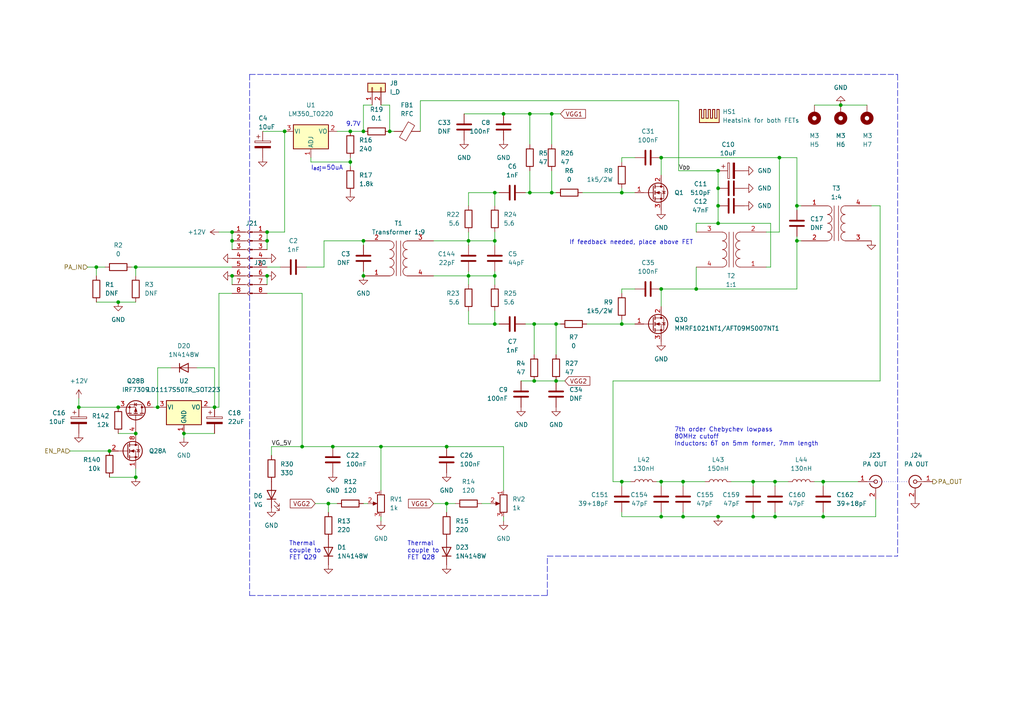
<source format=kicad_sch>
(kicad_sch (version 20211123) (generator eeschema)

  (uuid 23a5678d-f14a-42e0-9e0f-c58ad589532f)

  (paper "A4")

  (title_block
    (title "DART-70 TRX")
    (date "2023-03-06")
    (rev "0")
    (company "HB9EGM")
    (comment 1 "A 4m Band SSB/CW Transceiver")
    (comment 2 "Power Amplifier")
  )

  

  (junction (at 129.54 129.54) (diameter 0) (color 0 0 0 0)
    (uuid 00a9bf31-5693-48ee-843c-84ba7c1825e4)
  )
  (junction (at 67.31 67.31) (diameter 0) (color 0 0 0 0)
    (uuid 018be638-d71c-4d87-b73e-3b122c747273)
  )
  (junction (at 160.02 55.88) (diameter 0) (color 0 0 0 0)
    (uuid 0dc97b2b-98f5-4f81-a4b6-f10781d3b160)
  )
  (junction (at 67.31 69.85) (diameter 0) (color 0 0 0 0)
    (uuid 0f5d58d5-669d-4592-ae44-534ad7e7f3f2)
  )
  (junction (at 191.77 139.7) (diameter 0) (color 0 0 0 0)
    (uuid 1190286f-bc01-45d0-bdda-652501fac563)
  )
  (junction (at 198.12 149.86) (diameter 0) (color 0 0 0 0)
    (uuid 11b9d2e6-81c0-46e2-8e5c-4c9b4a487db1)
  )
  (junction (at 224.79 149.86) (diameter 0) (color 0 0 0 0)
    (uuid 169fe2ba-c49f-4563-b93a-0aa82b0e8f0e)
  )
  (junction (at 201.93 83.82) (diameter 0) (color 0 0 0 0)
    (uuid 1a55edc2-84ce-4698-afd0-ce89a8423090)
  )
  (junction (at 105.41 38.1) (diameter 0) (color 0 0 0 0)
    (uuid 1d61ae6b-82dc-4a56-86ce-44a7fce84cf1)
  )
  (junction (at 231.14 59.69) (diameter 0) (color 0 0 0 0)
    (uuid 201640bb-e925-4d5c-b471-ab56b7f38c54)
  )
  (junction (at 31.75 130.81) (diameter 0) (color 0 0 0 0)
    (uuid 20532f55-6ca5-4db1-8122-d066a5deca97)
  )
  (junction (at 153.67 33.02) (diameter 0) (color 0 0 0 0)
    (uuid 29193f5d-7841-48f5-b586-96cbee5a07d5)
  )
  (junction (at 208.28 149.86) (diameter 0) (color 0 0 0 0)
    (uuid 2944e809-bf47-4b81-b200-121289761ed1)
  )
  (junction (at 39.37 138.43) (diameter 0) (color 0 0 0 0)
    (uuid 29bc49ce-d5f6-4546-b475-0b8d826019c7)
  )
  (junction (at 146.05 33.02) (diameter 0) (color 0 0 0 0)
    (uuid 2ca32adb-9047-4d23-898b-48d94f451fa2)
  )
  (junction (at 180.34 55.88) (diameter 0) (color 0 0 0 0)
    (uuid 349a4eb3-deb0-4994-ba0a-e23a91346992)
  )
  (junction (at 53.34 125.73) (diameter 0) (color 0 0 0 0)
    (uuid 34ad9104-4aec-413d-8c0e-1fe64bf95c79)
  )
  (junction (at 243.84 30.48) (diameter 0) (color 0 0 0 0)
    (uuid 37a9d731-529c-4097-bc66-1496ee02dbe0)
  )
  (junction (at 45.72 118.11) (diameter 0) (color 0 0 0 0)
    (uuid 395bc9b2-3458-4ad4-a468-e0a11f8351a6)
  )
  (junction (at 39.37 77.47) (diameter 0) (color 0 0 0 0)
    (uuid 3bc6f319-45d9-4d92-b709-150dc296e3e3)
  )
  (junction (at 160.02 33.02) (diameter 0) (color 0 0 0 0)
    (uuid 3d76d0aa-ffaf-4e0f-acb3-7daa2c08fd90)
  )
  (junction (at 129.54 146.05) (diameter 0) (color 0 0 0 0)
    (uuid 45343804-2488-4c7a-870d-8b6266de79aa)
  )
  (junction (at 226.06 45.72) (diameter 0) (color 0 0 0 0)
    (uuid 45d25079-49ba-42d3-8214-a17f1366934f)
  )
  (junction (at 191.77 83.82) (diameter 0) (color 0 0 0 0)
    (uuid 46c78ed4-4614-483b-9e27-b81dc59bfb52)
  )
  (junction (at 231.14 69.85) (diameter 0) (color 0 0 0 0)
    (uuid 4865f11e-4bbd-4ae9-98c0-17c1475ebd21)
  )
  (junction (at 143.51 55.88) (diameter 0) (color 0 0 0 0)
    (uuid 4aadce6a-d50b-45f8-a033-dcc4bea52391)
  )
  (junction (at 105.41 80.01) (diameter 0) (color 0 0 0 0)
    (uuid 52218bfd-5195-423d-844f-6feace98a85b)
  )
  (junction (at 180.34 93.98) (diameter 0) (color 0 0 0 0)
    (uuid 65437939-d9c1-47fd-a1ae-2e641394a26e)
  )
  (junction (at 22.86 118.11) (diameter 0) (color 0 0 0 0)
    (uuid 7629175d-ae1a-4764-9a83-e91cb21c21ea)
  )
  (junction (at 95.25 146.05) (diameter 0) (color 0 0 0 0)
    (uuid 770e41a4-5ec0-4019-8763-111e9fe1283d)
  )
  (junction (at 143.51 80.01) (diameter 0) (color 0 0 0 0)
    (uuid 7b948514-a138-4a94-8e43-f8181fa36a07)
  )
  (junction (at 113.03 38.1) (diameter 0) (color 0 0 0 0)
    (uuid 7bc21d1a-16a9-4ef3-a553-9065bc06ee3c)
  )
  (junction (at 154.94 93.98) (diameter 0) (color 0 0 0 0)
    (uuid 7f2796bf-e1d4-4110-8d8b-0ff6bda985a3)
  )
  (junction (at 67.31 80.01) (diameter 0) (color 0 0 0 0)
    (uuid 7f5b2f73-5703-4ef7-b1fa-563f3476def3)
  )
  (junction (at 224.79 139.7) (diameter 0) (color 0 0 0 0)
    (uuid 8402d871-5523-4a16-8c07-99d580102bc0)
  )
  (junction (at 87.63 129.54) (diameter 0) (color 0 0 0 0)
    (uuid 9117f8c0-7c27-49fc-8a32-89061d5b49d9)
  )
  (junction (at 77.47 67.31) (diameter 0) (color 0 0 0 0)
    (uuid 91d168d1-4d25-40ba-ae55-15415c655fcf)
  )
  (junction (at 135.89 80.01) (diameter 0) (color 0 0 0 0)
    (uuid 95c732e9-37db-43be-b499-c30c57b0e1f7)
  )
  (junction (at 34.29 87.63) (diameter 0) (color 0 0 0 0)
    (uuid 95e609b4-aa85-4f15-97bd-4cb457f32c03)
  )
  (junction (at 191.77 45.72) (diameter 0) (color 0 0 0 0)
    (uuid 97552ee1-af94-4c94-b682-b34119d67275)
  )
  (junction (at 218.44 139.7) (diameter 0) (color 0 0 0 0)
    (uuid 995fd178-17d6-4d3e-8acb-8d785bd5fffc)
  )
  (junction (at 208.28 54.61) (diameter 0) (color 0 0 0 0)
    (uuid 9ac767e8-7860-41f7-a6dc-022dbbfe978f)
  )
  (junction (at 143.51 93.98) (diameter 0) (color 0 0 0 0)
    (uuid 9c1a8aa3-6f62-43d5-bf56-ac00d5c99775)
  )
  (junction (at 198.12 139.7) (diameter 0) (color 0 0 0 0)
    (uuid a0407873-4bbd-4776-aa5f-665b3c08936c)
  )
  (junction (at 77.47 80.01) (diameter 0) (color 0 0 0 0)
    (uuid a7a2a279-d40f-4587-bec9-d4d3067b13e5)
  )
  (junction (at 153.67 55.88) (diameter 0) (color 0 0 0 0)
    (uuid aa89c5af-af25-49c1-96f4-06c6ce91f19e)
  )
  (junction (at 101.6 46.99) (diameter 0) (color 0 0 0 0)
    (uuid af091ba7-4a6d-498e-bd0b-14fda6edf260)
  )
  (junction (at 154.94 110.49) (diameter 0) (color 0 0 0 0)
    (uuid ba04cb58-9776-456e-90eb-494c877d5ce7)
  )
  (junction (at 208.28 59.69) (diameter 0) (color 0 0 0 0)
    (uuid ba431773-10fb-4d16-9ba2-eb6fd3c285b4)
  )
  (junction (at 218.44 149.86) (diameter 0) (color 0 0 0 0)
    (uuid bd70a2e0-a82f-4de4-a0fa-3e489255ccd2)
  )
  (junction (at 34.29 118.11) (diameter 0) (color 0 0 0 0)
    (uuid be1784a6-59d6-4cde-9c33-90a6012ea93e)
  )
  (junction (at 191.77 149.86) (diameter 0) (color 0 0 0 0)
    (uuid bfe16a13-83ef-4525-9238-87977c9e0324)
  )
  (junction (at 105.41 69.85) (diameter 0) (color 0 0 0 0)
    (uuid c1812bca-1a73-4f18-9a33-1b204224d02a)
  )
  (junction (at 208.28 64.77) (diameter 0) (color 0 0 0 0)
    (uuid c4c8dc22-30cb-4ab5-9ea7-ce681435a526)
  )
  (junction (at 77.47 69.85) (diameter 0) (color 0 0 0 0)
    (uuid ce5230a8-798d-481b-92d7-62613f234a9f)
  )
  (junction (at 208.28 49.53) (diameter 0) (color 0 0 0 0)
    (uuid ce67e4fa-a993-4a9d-853a-c16f4292267a)
  )
  (junction (at 238.76 149.86) (diameter 0) (color 0 0 0 0)
    (uuid d6aa82f3-1581-4e28-9aa5-df659b8e8178)
  )
  (junction (at 161.29 110.49) (diameter 0) (color 0 0 0 0)
    (uuid da475678-1d3f-412b-b97e-fcd878ddc967)
  )
  (junction (at 82.55 38.1) (diameter 0) (color 0 0 0 0)
    (uuid de4a013d-057c-4526-b3ee-b7119435e384)
  )
  (junction (at 62.23 118.11) (diameter 0) (color 0 0 0 0)
    (uuid deafc291-0fe3-4cfb-914a-c34a72d0d21a)
  )
  (junction (at 27.94 77.47) (diameter 0) (color 0 0 0 0)
    (uuid e09d4217-9b5f-4cf8-8963-de289c5f1d23)
  )
  (junction (at 101.6 38.1) (diameter 0) (color 0 0 0 0)
    (uuid e1ae65fb-5d8e-4707-a860-4099b5b12f92)
  )
  (junction (at 96.52 129.54) (diameter 0) (color 0 0 0 0)
    (uuid e4589850-a03e-4f46-9ea8-63c370df9c6c)
  )
  (junction (at 143.51 69.85) (diameter 0) (color 0 0 0 0)
    (uuid e99cd3cb-eecd-48de-8dac-f3583e9ee5aa)
  )
  (junction (at 180.34 139.7) (diameter 0) (color 0 0 0 0)
    (uuid f1f0fc3f-3df6-42a9-bad0-ae1a97ab3dd1)
  )
  (junction (at 39.37 125.73) (diameter 0) (color 0 0 0 0)
    (uuid f5a60bd5-1c34-47ca-8ecb-aa99fd3fc492)
  )
  (junction (at 238.76 139.7) (diameter 0) (color 0 0 0 0)
    (uuid f95b6c97-e71d-442c-ab28-687f0c1b2ecd)
  )
  (junction (at 161.29 93.98) (diameter 0) (color 0 0 0 0)
    (uuid fa77d425-d7f6-4c77-9f7d-bb18f02e72f6)
  )
  (junction (at 110.49 129.54) (diameter 0) (color 0 0 0 0)
    (uuid fc158e7b-4b67-4dbc-8bc0-b32dabb0353c)
  )
  (junction (at 135.89 69.85) (diameter 0) (color 0 0 0 0)
    (uuid fd4faf0a-37e9-4552-8fd5-5779c63690e1)
  )

  (wire (pts (xy 160.02 41.91) (xy 160.02 33.02))
    (stroke (width 0) (type default) (color 0 0 0 0))
    (uuid 003766df-760d-4945-aead-fd459cf2cc7e)
  )
  (wire (pts (xy 238.76 148.59) (xy 238.76 149.86))
    (stroke (width 0) (type default) (color 0 0 0 0))
    (uuid 00b03189-3640-4f86-a383-2e455c33fb42)
  )
  (wire (pts (xy 191.77 139.7) (xy 198.12 139.7))
    (stroke (width 0) (type default) (color 0 0 0 0))
    (uuid 01303a8c-cc11-400c-8bb1-9c7a6554cd45)
  )
  (wire (pts (xy 153.67 55.88) (xy 153.67 49.53))
    (stroke (width 0) (type default) (color 0 0 0 0))
    (uuid 01cd1a32-53d4-480c-a184-d16eda8ee96e)
  )
  (wire (pts (xy 222.25 67.31) (xy 226.06 67.31))
    (stroke (width 0) (type default) (color 0 0 0 0))
    (uuid 0213fd9f-9172-4644-aa96-b68d556aae75)
  )
  (wire (pts (xy 143.51 67.31) (xy 143.51 69.85))
    (stroke (width 0) (type default) (color 0 0 0 0))
    (uuid 05bd47c1-4917-4b79-bd80-c7e5e8dd13c8)
  )
  (wire (pts (xy 180.34 140.97) (xy 180.34 139.7))
    (stroke (width 0) (type default) (color 0 0 0 0))
    (uuid 05c4acf2-1aea-4e36-a39b-8de69c211c79)
  )
  (wire (pts (xy 93.98 77.47) (xy 93.98 69.85))
    (stroke (width 0) (type default) (color 0 0 0 0))
    (uuid 08da3a2b-c17b-44c3-a933-0280f33f01b4)
  )
  (wire (pts (xy 125.73 69.85) (xy 135.89 69.85))
    (stroke (width 0) (type default) (color 0 0 0 0))
    (uuid 090a5550-aaf0-4baa-93d5-0e07d425691a)
  )
  (wire (pts (xy 135.89 78.74) (xy 135.89 80.01))
    (stroke (width 0) (type default) (color 0 0 0 0))
    (uuid 090e8cfd-ba33-4d7d-9c81-3debb551627b)
  )
  (wire (pts (xy 135.89 82.55) (xy 135.89 80.01))
    (stroke (width 0) (type default) (color 0 0 0 0))
    (uuid 0c403a72-1507-400c-bcf9-bdea8d77da0c)
  )
  (wire (pts (xy 161.29 93.98) (xy 154.94 93.98))
    (stroke (width 0) (type default) (color 0 0 0 0))
    (uuid 0c62e9e2-99ea-4b9f-a93d-d3265a59ccc4)
  )
  (wire (pts (xy 143.51 82.55) (xy 143.51 80.01))
    (stroke (width 0) (type default) (color 0 0 0 0))
    (uuid 0db8d2aa-1710-4582-b3d9-cb71117f3069)
  )
  (polyline (pts (xy 72.39 125.73) (xy 72.39 172.72))
    (stroke (width 0) (type default) (color 0 0 0 0))
    (uuid 0e97a1c7-a3b0-49a1-b55a-a05eb846150e)
  )

  (wire (pts (xy 201.93 77.47) (xy 201.93 83.82))
    (stroke (width 0) (type default) (color 0 0 0 0))
    (uuid 117e449a-10cc-40db-a294-4fa340a9cac0)
  )
  (wire (pts (xy 198.12 148.59) (xy 198.12 149.86))
    (stroke (width 0) (type default) (color 0 0 0 0))
    (uuid 129d98eb-7dcb-4630-a22b-2b23e8fcd745)
  )
  (wire (pts (xy 180.34 83.82) (xy 184.15 83.82))
    (stroke (width 0) (type default) (color 0 0 0 0))
    (uuid 15279dd8-9bd1-48fc-9f70-e7f93e55299a)
  )
  (wire (pts (xy 218.44 148.59) (xy 218.44 149.86))
    (stroke (width 0) (type default) (color 0 0 0 0))
    (uuid 176a64d2-c693-4d78-ab17-fc4d752dc7bf)
  )
  (wire (pts (xy 144.78 55.88) (xy 143.51 55.88))
    (stroke (width 0) (type default) (color 0 0 0 0))
    (uuid 190cb8c5-8a7f-4df3-af19-907585046dea)
  )
  (wire (pts (xy 129.54 146.05) (xy 132.08 146.05))
    (stroke (width 0) (type default) (color 0 0 0 0))
    (uuid 1941097c-3dde-477c-9880-5f4a67beef11)
  )
  (wire (pts (xy 88.9 77.47) (xy 93.98 77.47))
    (stroke (width 0) (type default) (color 0 0 0 0))
    (uuid 1bb0e012-00ba-4f66-98d9-e0c61b08d886)
  )
  (wire (pts (xy 60.96 118.11) (xy 62.23 118.11))
    (stroke (width 0) (type default) (color 0 0 0 0))
    (uuid 1de018d4-5c44-4308-83e7-3cd467a0df2c)
  )
  (wire (pts (xy 191.77 83.82) (xy 201.93 83.82))
    (stroke (width 0) (type default) (color 0 0 0 0))
    (uuid 1e0ac3bd-2032-4a66-a210-cf54c4394e90)
  )
  (polyline (pts (xy 260.35 21.59) (xy 260.35 161.29))
    (stroke (width 0) (type default) (color 0 0 0 0))
    (uuid 1e42598a-f528-4ed6-adc9-5d49f8a54068)
  )

  (wire (pts (xy 160.02 55.88) (xy 161.29 55.88))
    (stroke (width 0) (type default) (color 0 0 0 0))
    (uuid 1fc99f89-a9e3-40d0-a00e-00b942f68fbe)
  )
  (wire (pts (xy 67.31 72.39) (xy 67.31 69.85))
    (stroke (width 0) (type default) (color 0 0 0 0))
    (uuid 20c49d41-bbed-4fd7-871e-c8cda9b70919)
  )
  (wire (pts (xy 238.76 139.7) (xy 248.92 139.7))
    (stroke (width 0) (type default) (color 0 0 0 0))
    (uuid 20e91198-3a81-4bb2-883d-67438d536dfb)
  )
  (wire (pts (xy 180.34 149.86) (xy 180.34 148.59))
    (stroke (width 0) (type default) (color 0 0 0 0))
    (uuid 22495173-2d45-4f6f-9abc-6c550a9ad708)
  )
  (wire (pts (xy 20.32 130.81) (xy 31.75 130.81))
    (stroke (width 0) (type default) (color 0 0 0 0))
    (uuid 244cb991-83cb-471e-802b-24c925680851)
  )
  (wire (pts (xy 146.05 142.24) (xy 146.05 129.54))
    (stroke (width 0) (type default) (color 0 0 0 0))
    (uuid 244ff2bc-70e5-4e35-bfb2-a65f8b5dba01)
  )
  (wire (pts (xy 231.14 68.58) (xy 231.14 69.85))
    (stroke (width 0) (type default) (color 0 0 0 0))
    (uuid 2498ff12-ed26-4ee2-a8eb-6bcc5369ccfa)
  )
  (wire (pts (xy 168.91 55.88) (xy 180.34 55.88))
    (stroke (width 0) (type default) (color 0 0 0 0))
    (uuid 275deabf-8009-409b-b4ac-41d9bed031f8)
  )
  (wire (pts (xy 154.94 110.49) (xy 161.29 110.49))
    (stroke (width 0) (type default) (color 0 0 0 0))
    (uuid 27dce1e3-d97e-42b2-835a-51f963345258)
  )
  (wire (pts (xy 201.93 64.77) (xy 201.93 67.31))
    (stroke (width 0) (type default) (color 0 0 0 0))
    (uuid 287c2405-6913-4715-9df1-ff5ad9edb79a)
  )
  (wire (pts (xy 191.77 148.59) (xy 191.77 149.86))
    (stroke (width 0) (type default) (color 0 0 0 0))
    (uuid 2974f09b-e6b8-4064-b7aa-e536277a9dd1)
  )
  (wire (pts (xy 161.29 110.49) (xy 163.83 110.49))
    (stroke (width 0) (type default) (color 0 0 0 0))
    (uuid 2c9f3b73-c557-4d2a-9dd7-0487ea71ec0e)
  )
  (wire (pts (xy 153.67 41.91) (xy 153.67 33.02))
    (stroke (width 0) (type default) (color 0 0 0 0))
    (uuid 2dbf30dd-74ba-489b-bc21-50743495fd6e)
  )
  (wire (pts (xy 231.14 59.69) (xy 231.14 60.96))
    (stroke (width 0) (type default) (color 0 0 0 0))
    (uuid 314f8e04-4aa0-4bb5-827d-61a31e51db59)
  )
  (wire (pts (xy 34.29 125.73) (xy 39.37 125.73))
    (stroke (width 0) (type default) (color 0 0 0 0))
    (uuid 326d996d-3cfd-4380-aa75-da9dedb0ddb6)
  )
  (wire (pts (xy 110.49 30.48) (xy 113.03 30.48))
    (stroke (width 0) (type default) (color 0 0 0 0))
    (uuid 32b0485d-44e4-459e-b414-08683522870b)
  )
  (wire (pts (xy 77.47 67.31) (xy 77.47 69.85))
    (stroke (width 0) (type default) (color 0 0 0 0))
    (uuid 32e7b266-8a06-4afa-95ae-6cc7fd2c4682)
  )
  (wire (pts (xy 180.34 54.61) (xy 180.34 55.88))
    (stroke (width 0) (type default) (color 0 0 0 0))
    (uuid 3b137ae9-360e-432b-b9e1-c0db7be18a6f)
  )
  (wire (pts (xy 252.73 59.69) (xy 255.27 59.69))
    (stroke (width 0) (type default) (color 0 0 0 0))
    (uuid 3fa43fd5-1023-4d73-9454-49a58988d36d)
  )
  (wire (pts (xy 196.85 49.53) (xy 208.28 49.53))
    (stroke (width 0) (type default) (color 0 0 0 0))
    (uuid 410150c4-40fc-4943-abc9-82881f5d36d2)
  )
  (wire (pts (xy 198.12 149.86) (xy 191.77 149.86))
    (stroke (width 0) (type default) (color 0 0 0 0))
    (uuid 45d7483e-8114-4f8f-b539-62807589f130)
  )
  (wire (pts (xy 162.56 33.02) (xy 160.02 33.02))
    (stroke (width 0) (type default) (color 0 0 0 0))
    (uuid 46618fa5-0b3e-4206-965f-d2c1fa7fd544)
  )
  (wire (pts (xy 190.5 139.7) (xy 191.77 139.7))
    (stroke (width 0) (type default) (color 0 0 0 0))
    (uuid 46ccb03d-9859-4d39-a84e-de35f474656d)
  )
  (wire (pts (xy 224.79 139.7) (xy 218.44 139.7))
    (stroke (width 0) (type default) (color 0 0 0 0))
    (uuid 47431c99-b3b4-40b7-9c3c-b504fe7f80ad)
  )
  (wire (pts (xy 238.76 139.7) (xy 238.76 140.97))
    (stroke (width 0) (type default) (color 0 0 0 0))
    (uuid 4836d259-bca8-4757-a2e4-0014edd49bee)
  )
  (wire (pts (xy 39.37 135.89) (xy 39.37 138.43))
    (stroke (width 0) (type default) (color 0 0 0 0))
    (uuid 49117d96-ecd5-4c4c-867f-fba2a373e768)
  )
  (polyline (pts (xy 72.39 172.72) (xy 158.75 172.72))
    (stroke (width 0) (type default) (color 0 0 0 0))
    (uuid 4ae5fbc9-eb99-4e4e-8086-7665b8159a43)
  )

  (wire (pts (xy 135.89 55.88) (xy 143.51 55.88))
    (stroke (width 0) (type default) (color 0 0 0 0))
    (uuid 4c1800c2-8348-464f-9f96-c07e927f3b27)
  )
  (wire (pts (xy 39.37 77.47) (xy 67.31 77.47))
    (stroke (width 0) (type default) (color 0 0 0 0))
    (uuid 4f28f9c8-885b-461f-99ce-9e467196f1b9)
  )
  (wire (pts (xy 135.89 69.85) (xy 135.89 71.12))
    (stroke (width 0) (type default) (color 0 0 0 0))
    (uuid 4f6eb515-be7f-47aa-980d-105f546479e2)
  )
  (wire (pts (xy 143.51 69.85) (xy 135.89 69.85))
    (stroke (width 0) (type default) (color 0 0 0 0))
    (uuid 50a21b5d-899a-44a0-996e-051d02331b9b)
  )
  (wire (pts (xy 25.4 77.47) (xy 27.94 77.47))
    (stroke (width 0) (type default) (color 0 0 0 0))
    (uuid 50ee2088-c749-44b7-9441-ded0f956dbfb)
  )
  (wire (pts (xy 222.25 77.47) (xy 223.52 77.47))
    (stroke (width 0) (type default) (color 0 0 0 0))
    (uuid 517f26e5-18d4-43ac-972a-ba2567992a0c)
  )
  (wire (pts (xy 63.5 118.11) (xy 62.23 118.11))
    (stroke (width 0) (type default) (color 0 0 0 0))
    (uuid 526cf808-e002-43dd-a0e0-44a3396fee16)
  )
  (wire (pts (xy 39.37 80.01) (xy 39.37 77.47))
    (stroke (width 0) (type default) (color 0 0 0 0))
    (uuid 529d787f-495b-411a-9099-24f01e97f4fb)
  )
  (wire (pts (xy 27.94 77.47) (xy 30.48 77.47))
    (stroke (width 0) (type default) (color 0 0 0 0))
    (uuid 54dc5336-21a7-449e-8921-31bd50e0dd34)
  )
  (wire (pts (xy 153.67 33.02) (xy 146.05 33.02))
    (stroke (width 0) (type default) (color 0 0 0 0))
    (uuid 5534ba7b-e05c-441b-ab61-b44786c0cc7f)
  )
  (wire (pts (xy 77.47 85.09) (xy 87.63 85.09))
    (stroke (width 0) (type default) (color 0 0 0 0))
    (uuid 5bc7df61-b1cd-4588-856d-8c6fb4871ca2)
  )
  (wire (pts (xy 90.17 46.99) (xy 101.6 46.99))
    (stroke (width 0) (type default) (color 0 0 0 0))
    (uuid 5d504083-b2cb-4825-8a1c-f090158440ad)
  )
  (wire (pts (xy 62.23 106.68) (xy 57.15 106.68))
    (stroke (width 0) (type default) (color 0 0 0 0))
    (uuid 5dea8c98-c3fa-4feb-b6cc-516656233175)
  )
  (wire (pts (xy 191.77 139.7) (xy 191.77 140.97))
    (stroke (width 0) (type default) (color 0 0 0 0))
    (uuid 5e519133-39e0-4d9c-923a-654d70e785ea)
  )
  (wire (pts (xy 143.51 78.74) (xy 143.51 80.01))
    (stroke (width 0) (type default) (color 0 0 0 0))
    (uuid 5e72ac5c-c90a-41fa-9dba-d1d47974ec35)
  )
  (wire (pts (xy 218.44 149.86) (xy 208.28 149.86))
    (stroke (width 0) (type default) (color 0 0 0 0))
    (uuid 5f190653-6f70-4988-87e8-9b7db66d156d)
  )
  (wire (pts (xy 39.37 138.43) (xy 31.75 138.43))
    (stroke (width 0) (type default) (color 0 0 0 0))
    (uuid 617393ff-8ed2-4078-9ede-235bd1227e24)
  )
  (wire (pts (xy 76.2 38.1) (xy 82.55 38.1))
    (stroke (width 0) (type default) (color 0 0 0 0))
    (uuid 62583d4b-9427-440d-8327-f9d7d21d09cb)
  )
  (wire (pts (xy 77.47 77.47) (xy 81.28 77.47))
    (stroke (width 0) (type default) (color 0 0 0 0))
    (uuid 62c70670-1334-4513-905b-69fd3f256c43)
  )
  (wire (pts (xy 90.17 46.99) (xy 90.17 45.72))
    (stroke (width 0) (type default) (color 0 0 0 0))
    (uuid 63065ccc-6177-47a4-ba4b-dac35da23d54)
  )
  (wire (pts (xy 34.29 87.63) (xy 27.94 87.63))
    (stroke (width 0) (type default) (color 0 0 0 0))
    (uuid 658c1d04-d8a4-4581-8808-91199da32b7a)
  )
  (polyline (pts (xy 158.75 172.72) (xy 158.75 161.29))
    (stroke (width 0) (type default) (color 0 0 0 0))
    (uuid 66b07fde-6cd4-4b98-a500-29e68bc48a26)
  )

  (wire (pts (xy 228.6 139.7) (xy 224.79 139.7))
    (stroke (width 0) (type default) (color 0 0 0 0))
    (uuid 66b2dc35-2265-403a-99d6-443630d9bc0d)
  )
  (wire (pts (xy 97.79 38.1) (xy 101.6 38.1))
    (stroke (width 0) (type default) (color 0 0 0 0))
    (uuid 67b7572b-8850-4da4-abc8-6a9a95c24196)
  )
  (wire (pts (xy 110.49 129.54) (xy 129.54 129.54))
    (stroke (width 0) (type default) (color 0 0 0 0))
    (uuid 69fd6a37-2951-4523-be53-b297b12a3d30)
  )
  (wire (pts (xy 39.37 87.63) (xy 34.29 87.63))
    (stroke (width 0) (type default) (color 0 0 0 0))
    (uuid 6b19a571-91ba-4d1a-8b96-09d23dc9b0fd)
  )
  (wire (pts (xy 129.54 148.59) (xy 129.54 146.05))
    (stroke (width 0) (type default) (color 0 0 0 0))
    (uuid 6d9b2be2-0946-43d9-ae46-71aefe8a5f39)
  )
  (wire (pts (xy 160.02 33.02) (xy 153.67 33.02))
    (stroke (width 0) (type default) (color 0 0 0 0))
    (uuid 6e8528c7-721a-4a9d-91ba-2bed867380fd)
  )
  (wire (pts (xy 93.98 69.85) (xy 105.41 69.85))
    (stroke (width 0) (type default) (color 0 0 0 0))
    (uuid 700aab51-599c-46ef-ab05-ba582df59faf)
  )
  (wire (pts (xy 77.47 67.31) (xy 82.55 67.31))
    (stroke (width 0) (type default) (color 0 0 0 0))
    (uuid 708f55ca-b0b2-4950-ad4c-df6179f30406)
  )
  (wire (pts (xy 208.28 149.86) (xy 198.12 149.86))
    (stroke (width 0) (type default) (color 0 0 0 0))
    (uuid 72a4a520-5e37-46e3-b69d-c3460e9f221c)
  )
  (wire (pts (xy 143.51 55.88) (xy 143.51 59.69))
    (stroke (width 0) (type default) (color 0 0 0 0))
    (uuid 747d6f52-cc08-417b-84fa-68d19b5edf1f)
  )
  (wire (pts (xy 218.44 139.7) (xy 218.44 140.97))
    (stroke (width 0) (type default) (color 0 0 0 0))
    (uuid 74880265-f9ea-4dec-ae40-354f181a1e44)
  )
  (wire (pts (xy 196.85 29.21) (xy 196.85 49.53))
    (stroke (width 0) (type default) (color 0 0 0 0))
    (uuid 7515cca1-e4ed-4308-8959-2cb96cb486bc)
  )
  (wire (pts (xy 113.03 38.1) (xy 113.03 30.48))
    (stroke (width 0) (type default) (color 0 0 0 0))
    (uuid 77391e29-ecc1-42ae-956b-82e3188fdad6)
  )
  (wire (pts (xy 191.77 50.8) (xy 191.77 45.72))
    (stroke (width 0) (type default) (color 0 0 0 0))
    (uuid 786e1d5b-e1c9-4d32-83e4-8256769342db)
  )
  (wire (pts (xy 218.44 139.7) (xy 212.09 139.7))
    (stroke (width 0) (type default) (color 0 0 0 0))
    (uuid 792dcaf8-ca00-40d9-b156-266fa951bd81)
  )
  (wire (pts (xy 143.51 80.01) (xy 135.89 80.01))
    (stroke (width 0) (type default) (color 0 0 0 0))
    (uuid 794dc39d-8571-437d-b869-222991e444b8)
  )
  (wire (pts (xy 110.49 142.24) (xy 110.49 129.54))
    (stroke (width 0) (type default) (color 0 0 0 0))
    (uuid 7b76a79d-41f9-41dc-b73d-561e451cfaf8)
  )
  (wire (pts (xy 95.25 148.59) (xy 95.25 146.05))
    (stroke (width 0) (type default) (color 0 0 0 0))
    (uuid 7b82c39d-7156-424b-89fa-48e5324ac466)
  )
  (wire (pts (xy 161.29 102.87) (xy 161.29 93.98))
    (stroke (width 0) (type default) (color 0 0 0 0))
    (uuid 7cbcca09-f051-4a6a-a573-518f6f3e8480)
  )
  (wire (pts (xy 238.76 149.86) (xy 224.79 149.86))
    (stroke (width 0) (type default) (color 0 0 0 0))
    (uuid 7cdac423-7c51-49f3-8be3-e2a9f7758c95)
  )
  (wire (pts (xy 105.41 78.74) (xy 105.41 80.01))
    (stroke (width 0) (type default) (color 0 0 0 0))
    (uuid 7d681d34-4bc5-4be1-a8cb-4db186ab9108)
  )
  (wire (pts (xy 177.8 110.49) (xy 177.8 139.7))
    (stroke (width 0) (type default) (color 0 0 0 0))
    (uuid 7e4b5443-42d5-428f-a8ff-0fa62039fc20)
  )
  (wire (pts (xy 82.55 38.1) (xy 82.55 67.31))
    (stroke (width 0) (type default) (color 0 0 0 0))
    (uuid 7f503ee2-5760-4fc4-b83b-6c6a12238600)
  )
  (wire (pts (xy 224.79 139.7) (xy 224.79 140.97))
    (stroke (width 0) (type default) (color 0 0 0 0))
    (uuid 7fb6fe3c-7427-4aad-825b-24b65566f507)
  )
  (wire (pts (xy 38.1 77.47) (xy 39.37 77.47))
    (stroke (width 0) (type default) (color 0 0 0 0))
    (uuid 81351d0b-a4b5-4cb4-9ae9-f79698997dc6)
  )
  (wire (pts (xy 135.89 59.69) (xy 135.89 55.88))
    (stroke (width 0) (type default) (color 0 0 0 0))
    (uuid 81640ccb-bb6f-4ca3-80a2-35618e8e087b)
  )
  (wire (pts (xy 67.31 69.85) (xy 67.31 67.31))
    (stroke (width 0) (type default) (color 0 0 0 0))
    (uuid 823ff746-3dfe-4ad2-ae79-b99365815b3b)
  )
  (polyline (pts (xy 72.39 21.59) (xy 260.35 21.59))
    (stroke (width 0) (type default) (color 0 0 0 0))
    (uuid 8398d6da-a6bc-43eb-be8d-a0a5e6cd131a)
  )

  (wire (pts (xy 63.5 67.31) (xy 67.31 67.31))
    (stroke (width 0) (type default) (color 0 0 0 0))
    (uuid 83a62204-8d92-4968-9472-359242aa63b5)
  )
  (wire (pts (xy 113.03 38.1) (xy 114.3 38.1))
    (stroke (width 0) (type default) (color 0 0 0 0))
    (uuid 8662e2bc-5e18-4d27-8e41-16580368082b)
  )
  (wire (pts (xy 151.13 110.49) (xy 154.94 110.49))
    (stroke (width 0) (type default) (color 0 0 0 0))
    (uuid 8ac4c920-c88a-456c-8ad1-b60beb0e620f)
  )
  (wire (pts (xy 243.84 30.48) (xy 251.46 30.48))
    (stroke (width 0) (type default) (color 0 0 0 0))
    (uuid 8cd234e5-8d99-4783-8e6c-debdf540bc71)
  )
  (wire (pts (xy 44.45 118.11) (xy 45.72 118.11))
    (stroke (width 0) (type default) (color 0 0 0 0))
    (uuid 8ce64de9-e53d-4317-9ac8-b1f664a4aabd)
  )
  (wire (pts (xy 87.63 85.09) (xy 87.63 129.54))
    (stroke (width 0) (type default) (color 0 0 0 0))
    (uuid 8ec295a0-e8aa-4d08-9ad2-7e3be5901bb0)
  )
  (wire (pts (xy 146.05 151.13) (xy 146.05 149.86))
    (stroke (width 0) (type default) (color 0 0 0 0))
    (uuid 8f0d94cb-7dce-4f8d-b241-565acfd7242c)
  )
  (wire (pts (xy 135.89 67.31) (xy 135.89 69.85))
    (stroke (width 0) (type default) (color 0 0 0 0))
    (uuid 8f25b4cf-19a6-4cfc-8247-405e6fad837e)
  )
  (wire (pts (xy 53.34 125.73) (xy 62.23 125.73))
    (stroke (width 0) (type default) (color 0 0 0 0))
    (uuid 8fbf2c38-2aff-4578-b034-e4158cdc80fc)
  )
  (wire (pts (xy 49.53 106.68) (xy 45.72 106.68))
    (stroke (width 0) (type default) (color 0 0 0 0))
    (uuid 94cc383e-941c-44b6-80db-8f4ce12601c4)
  )
  (wire (pts (xy 226.06 67.31) (xy 226.06 45.72))
    (stroke (width 0) (type default) (color 0 0 0 0))
    (uuid 961f2f48-5823-4672-9657-6b8a54100496)
  )
  (wire (pts (xy 180.34 92.71) (xy 180.34 93.98))
    (stroke (width 0) (type default) (color 0 0 0 0))
    (uuid 97156354-f4ae-4c61-9b61-c67f6e42daa4)
  )
  (wire (pts (xy 63.5 85.09) (xy 67.31 85.09))
    (stroke (width 0) (type default) (color 0 0 0 0))
    (uuid 97d7e6e9-0043-4e91-9baa-8fec2b65798f)
  )
  (wire (pts (xy 191.77 45.72) (xy 226.06 45.72))
    (stroke (width 0) (type default) (color 0 0 0 0))
    (uuid 98c89916-5912-4fa7-a8c4-45d1f47b949d)
  )
  (wire (pts (xy 255.27 110.49) (xy 177.8 110.49))
    (stroke (width 0) (type default) (color 0 0 0 0))
    (uuid 9a340e87-d305-43ce-9f87-636252cba83b)
  )
  (wire (pts (xy 45.72 106.68) (xy 45.72 118.11))
    (stroke (width 0) (type default) (color 0 0 0 0))
    (uuid 9c129c34-7c77-4e57-ba76-689d0a71870d)
  )
  (wire (pts (xy 63.5 85.09) (xy 63.5 118.11))
    (stroke (width 0) (type default) (color 0 0 0 0))
    (uuid 9c5b4ad7-76e8-40c4-8007-a8a8969bf371)
  )
  (wire (pts (xy 139.7 146.05) (xy 142.24 146.05))
    (stroke (width 0) (type default) (color 0 0 0 0))
    (uuid 9d368343-4950-4d34-b3a3-3301f02614b2)
  )
  (wire (pts (xy 95.25 146.05) (xy 91.44 146.05))
    (stroke (width 0) (type default) (color 0 0 0 0))
    (uuid 9ff1d0a3-4bda-4084-8c92-d9a3e9bd2097)
  )
  (wire (pts (xy 254 144.78) (xy 254 149.86))
    (stroke (width 0) (type default) (color 0 0 0 0))
    (uuid a03d083a-86d3-43fa-a5db-2ecd32926435)
  )
  (wire (pts (xy 180.34 45.72) (xy 184.15 45.72))
    (stroke (width 0) (type default) (color 0 0 0 0))
    (uuid a1a0fa87-9518-4e3a-8b85-983034295cf2)
  )
  (wire (pts (xy 143.51 71.12) (xy 143.51 69.85))
    (stroke (width 0) (type default) (color 0 0 0 0))
    (uuid a29c2a38-dbda-4d2b-b1e1-eb2b3491457e)
  )
  (wire (pts (xy 101.6 48.26) (xy 101.6 46.99))
    (stroke (width 0) (type default) (color 0 0 0 0))
    (uuid a2e25017-5257-4f53-9d03-d7f687ab6c0f)
  )
  (wire (pts (xy 255.27 59.69) (xy 255.27 110.49))
    (stroke (width 0) (type default) (color 0 0 0 0))
    (uuid a2e5b691-f77a-4583-8bea-441c4d2ce60e)
  )
  (wire (pts (xy 101.6 46.99) (xy 101.6 45.72))
    (stroke (width 0) (type default) (color 0 0 0 0))
    (uuid a329349b-ba39-4ef8-9a28-50bd5ac5c6d5)
  )
  (wire (pts (xy 135.89 93.98) (xy 135.89 90.17))
    (stroke (width 0) (type default) (color 0 0 0 0))
    (uuid a4b27e52-de6a-4049-9cca-f9f30d85d7f1)
  )
  (wire (pts (xy 77.47 69.85) (xy 77.47 72.39))
    (stroke (width 0) (type default) (color 0 0 0 0))
    (uuid a5d1d492-dfa3-4faa-882c-a328491eb033)
  )
  (wire (pts (xy 110.49 151.13) (xy 110.49 149.86))
    (stroke (width 0) (type default) (color 0 0 0 0))
    (uuid a6a1a43f-a88e-41c8-b880-7c537750051f)
  )
  (wire (pts (xy 180.34 55.88) (xy 184.15 55.88))
    (stroke (width 0) (type default) (color 0 0 0 0))
    (uuid aa29402a-e28d-4e6a-a91c-d53faac46ef5)
  )
  (wire (pts (xy 208.28 49.53) (xy 208.28 54.61))
    (stroke (width 0) (type default) (color 0 0 0 0))
    (uuid aaf3c0ed-76db-49b3-85a5-1a6f92e1d0b1)
  )
  (wire (pts (xy 231.14 69.85) (xy 232.41 69.85))
    (stroke (width 0) (type default) (color 0 0 0 0))
    (uuid ab60541a-70a7-4147-8087-07866b7f21be)
  )
  (wire (pts (xy 198.12 139.7) (xy 204.47 139.7))
    (stroke (width 0) (type default) (color 0 0 0 0))
    (uuid ad235f51-b06e-4d02-80dc-3c5ef34c01f0)
  )
  (wire (pts (xy 97.79 146.05) (xy 95.25 146.05))
    (stroke (width 0) (type default) (color 0 0 0 0))
    (uuid ad3a2dc9-0a41-421d-b005-d9e9940696fd)
  )
  (wire (pts (xy 180.34 93.98) (xy 184.15 93.98))
    (stroke (width 0) (type default) (color 0 0 0 0))
    (uuid aeaba250-61f2-4452-945f-e177f41b342c)
  )
  (wire (pts (xy 53.34 127) (xy 53.34 125.73))
    (stroke (width 0) (type default) (color 0 0 0 0))
    (uuid afd000de-1f79-43c7-805a-97033c02476f)
  )
  (wire (pts (xy 77.47 80.01) (xy 77.47 82.55))
    (stroke (width 0) (type default) (color 0 0 0 0))
    (uuid b0638642-906d-4721-afc4-2e70a0961498)
  )
  (wire (pts (xy 27.94 80.01) (xy 27.94 77.47))
    (stroke (width 0) (type default) (color 0 0 0 0))
    (uuid b17770b4-75d1-43d7-a9ee-47c7f821b104)
  )
  (wire (pts (xy 121.92 38.1) (xy 121.92 29.21))
    (stroke (width 0) (type default) (color 0 0 0 0))
    (uuid b269d51b-2f1d-42a9-ba9b-a602d888ef4b)
  )
  (wire (pts (xy 125.73 146.05) (xy 129.54 146.05))
    (stroke (width 0) (type default) (color 0 0 0 0))
    (uuid b3a9f299-9137-4c0e-8d78-b8c51677a919)
  )
  (wire (pts (xy 191.77 83.82) (xy 191.77 88.9))
    (stroke (width 0) (type default) (color 0 0 0 0))
    (uuid b4a67bed-e0d0-4a2b-ad95-50263ae29794)
  )
  (wire (pts (xy 153.67 55.88) (xy 160.02 55.88))
    (stroke (width 0) (type default) (color 0 0 0 0))
    (uuid b6024484-8c2a-42f3-977d-891690fbe6a6)
  )
  (wire (pts (xy 223.52 77.47) (xy 223.52 64.77))
    (stroke (width 0) (type default) (color 0 0 0 0))
    (uuid b6405e62-fe69-4e5e-bf39-a12d7be9fb00)
  )
  (wire (pts (xy 78.74 132.08) (xy 78.74 129.54))
    (stroke (width 0) (type default) (color 0 0 0 0))
    (uuid b808564d-4d59-4c8d-8645-9f64fee897ea)
  )
  (wire (pts (xy 154.94 102.87) (xy 154.94 93.98))
    (stroke (width 0) (type default) (color 0 0 0 0))
    (uuid bb75cd77-e810-43bd-b155-da62e8c644f7)
  )
  (wire (pts (xy 101.6 38.1) (xy 105.41 38.1))
    (stroke (width 0) (type default) (color 0 0 0 0))
    (uuid bec0ce44-3d2b-4c79-b5e8-74a5b945c66e)
  )
  (wire (pts (xy 22.86 115.57) (xy 22.86 118.11))
    (stroke (width 0) (type default) (color 0 0 0 0))
    (uuid bf7659ed-bc9f-491b-accb-3db8abf0f82a)
  )
  (wire (pts (xy 231.14 59.69) (xy 231.14 45.72))
    (stroke (width 0) (type default) (color 0 0 0 0))
    (uuid c136cc08-0a30-42be-ac73-b57040aa3d8f)
  )
  (wire (pts (xy 223.52 64.77) (xy 208.28 64.77))
    (stroke (width 0) (type default) (color 0 0 0 0))
    (uuid c45cd4a9-6d57-419f-b7e4-f2f6398e66f1)
  )
  (wire (pts (xy 254 149.86) (xy 238.76 149.86))
    (stroke (width 0) (type default) (color 0 0 0 0))
    (uuid c7401b61-6bdc-4e54-9145-3259d391c0b4)
  )
  (wire (pts (xy 198.12 140.97) (xy 198.12 139.7))
    (stroke (width 0) (type default) (color 0 0 0 0))
    (uuid c798b8fa-0a55-4e06-bca6-bad2d53d105b)
  )
  (wire (pts (xy 154.94 93.98) (xy 152.4 93.98))
    (stroke (width 0) (type default) (color 0 0 0 0))
    (uuid c9c94256-b0e2-41d0-a6ac-8d3574e6f0f9)
  )
  (wire (pts (xy 87.63 129.54) (xy 96.52 129.54))
    (stroke (width 0) (type default) (color 0 0 0 0))
    (uuid cad596e5-4e33-4e48-b52a-041b51bac332)
  )
  (wire (pts (xy 162.56 93.98) (xy 161.29 93.98))
    (stroke (width 0) (type default) (color 0 0 0 0))
    (uuid caef4be8-1584-43bd-a128-f71411000238)
  )
  (polyline (pts (xy 158.75 161.29) (xy 260.35 161.29))
    (stroke (width 0) (type default) (color 0 0 0 0))
    (uuid cb92ffa3-9da8-4c51-bf02-e9c5d63c50e0)
  )
  (polyline (pts (xy 72.39 21.59) (xy 72.39 125.73))
    (stroke (width 0) (type default) (color 0 0 0 0))
    (uuid cbf11394-fc96-4418-a6f6-f186e5712833)
  )

  (wire (pts (xy 22.86 118.11) (xy 34.29 118.11))
    (stroke (width 0) (type default) (color 0 0 0 0))
    (uuid ccfed1e0-71a4-467e-9f13-8aea53138931)
  )
  (wire (pts (xy 231.14 83.82) (xy 231.14 69.85))
    (stroke (width 0) (type default) (color 0 0 0 0))
    (uuid cd52488a-d219-462f-b0e3-ccadbd95d7a3)
  )
  (wire (pts (xy 177.8 139.7) (xy 180.34 139.7))
    (stroke (width 0) (type default) (color 0 0 0 0))
    (uuid cf78fe5b-3e94-4ad8-98dc-aa354be3ba69)
  )
  (wire (pts (xy 67.31 80.01) (xy 67.31 82.55))
    (stroke (width 0) (type default) (color 0 0 0 0))
    (uuid d22591ff-4bc4-4bab-86b2-5aa2c3322f5b)
  )
  (wire (pts (xy 201.93 83.82) (xy 231.14 83.82))
    (stroke (width 0) (type default) (color 0 0 0 0))
    (uuid d5901386-2638-4771-9120-9bae0ea1e701)
  )
  (wire (pts (xy 231.14 45.72) (xy 226.06 45.72))
    (stroke (width 0) (type default) (color 0 0 0 0))
    (uuid d5c041fb-58ed-4fe2-ba76-b14c47c5e638)
  )
  (wire (pts (xy 146.05 129.54) (xy 129.54 129.54))
    (stroke (width 0) (type default) (color 0 0 0 0))
    (uuid d65fb050-444d-460f-8812-814e9728db7c)
  )
  (wire (pts (xy 236.22 30.48) (xy 243.84 30.48))
    (stroke (width 0) (type default) (color 0 0 0 0))
    (uuid d8b75ab7-d5b7-4174-ae95-3b40683aba30)
  )
  (wire (pts (xy 224.79 148.59) (xy 224.79 149.86))
    (stroke (width 0) (type default) (color 0 0 0 0))
    (uuid d9f31086-35f1-4238-8b8f-fbe8c3cf4e17)
  )
  (wire (pts (xy 143.51 93.98) (xy 143.51 90.17))
    (stroke (width 0) (type default) (color 0 0 0 0))
    (uuid db96ec06-0704-4dfc-a4da-5507475f2a35)
  )
  (wire (pts (xy 110.49 129.54) (xy 96.52 129.54))
    (stroke (width 0) (type default) (color 0 0 0 0))
    (uuid dbe83ea4-45e0-4bf5-9404-ff48adb100fe)
  )
  (wire (pts (xy 224.79 149.86) (xy 218.44 149.86))
    (stroke (width 0) (type default) (color 0 0 0 0))
    (uuid dc3e3a90-5f51-493f-a1b3-6437545baa5a)
  )
  (wire (pts (xy 105.41 71.12) (xy 105.41 69.85))
    (stroke (width 0) (type default) (color 0 0 0 0))
    (uuid dc89d2df-0ae3-4da8-9650-c4dae9eb3248)
  )
  (wire (pts (xy 105.41 146.05) (xy 106.68 146.05))
    (stroke (width 0) (type default) (color 0 0 0 0))
    (uuid de12bceb-6ef7-4510-83cb-3587e87fcec3)
  )
  (wire (pts (xy 180.34 45.72) (xy 180.34 46.99))
    (stroke (width 0) (type default) (color 0 0 0 0))
    (uuid e1ba6fe0-3dfd-4cea-9ef8-13fa7ab7b4bb)
  )
  (wire (pts (xy 125.73 80.01) (xy 135.89 80.01))
    (stroke (width 0) (type default) (color 0 0 0 0))
    (uuid e49fb271-6b54-4a26-8de3-46df0d1b3a67)
  )
  (wire (pts (xy 180.34 83.82) (xy 180.34 85.09))
    (stroke (width 0) (type default) (color 0 0 0 0))
    (uuid e4bc9b49-8332-408c-879e-7bc639399e66)
  )
  (wire (pts (xy 236.22 139.7) (xy 238.76 139.7))
    (stroke (width 0) (type default) (color 0 0 0 0))
    (uuid e4ffaea3-f841-4e23-b5df-039dd68d9ff7)
  )
  (wire (pts (xy 170.18 93.98) (xy 180.34 93.98))
    (stroke (width 0) (type default) (color 0 0 0 0))
    (uuid e599fe9e-93e0-4a2e-8cdb-286327a202aa)
  )
  (wire (pts (xy 62.23 118.11) (xy 62.23 106.68))
    (stroke (width 0) (type default) (color 0 0 0 0))
    (uuid e906d0d5-7bcc-4dca-8607-8559a05c5ecd)
  )
  (wire (pts (xy 180.34 139.7) (xy 182.88 139.7))
    (stroke (width 0) (type default) (color 0 0 0 0))
    (uuid edb3996d-de3b-45fc-8f66-60d724634e5a)
  )
  (wire (pts (xy 232.41 59.69) (xy 231.14 59.69))
    (stroke (width 0) (type default) (color 0 0 0 0))
    (uuid ee164115-ad65-4b45-a48c-085a9d2c75a1)
  )
  (wire (pts (xy 160.02 49.53) (xy 160.02 55.88))
    (stroke (width 0) (type default) (color 0 0 0 0))
    (uuid f2415f15-51b3-42d4-a928-3db331755731)
  )
  (wire (pts (xy 208.28 54.61) (xy 208.28 59.69))
    (stroke (width 0) (type default) (color 0 0 0 0))
    (uuid f2549e2d-1edd-445c-80d8-69d6f29e517c)
  )
  (wire (pts (xy 78.74 129.54) (xy 87.63 129.54))
    (stroke (width 0) (type default) (color 0 0 0 0))
    (uuid f268889d-15b0-46e3-a5d2-7fcc58510960)
  )
  (polyline (pts (xy 262.89 139.7) (xy 251.46 139.7))
    (stroke (width 0) (type dot) (color 0 0 0 0))
    (uuid f2f2a7bf-a103-4999-834f-e6a8711b8e0d)
  )

  (wire (pts (xy 107.95 30.48) (xy 105.41 30.48))
    (stroke (width 0) (type default) (color 0 0 0 0))
    (uuid f31bc184-4929-403a-80dc-b79e361090d3)
  )
  (wire (pts (xy 144.78 93.98) (xy 143.51 93.98))
    (stroke (width 0) (type default) (color 0 0 0 0))
    (uuid f3bd94cf-2433-4a0e-ba88-da52a1db3c85)
  )
  (wire (pts (xy 143.51 93.98) (xy 135.89 93.98))
    (stroke (width 0) (type default) (color 0 0 0 0))
    (uuid f3d0c01f-d3b6-4682-aa4e-aaf54aa3d304)
  )
  (wire (pts (xy 208.28 59.69) (xy 208.28 64.77))
    (stroke (width 0) (type default) (color 0 0 0 0))
    (uuid f434c152-41d2-46ec-9067-6b182cbde5bc)
  )
  (wire (pts (xy 105.41 30.48) (xy 105.41 38.1))
    (stroke (width 0) (type default) (color 0 0 0 0))
    (uuid f54a43e9-314a-4866-a91e-2ec5ff59795c)
  )
  (wire (pts (xy 208.28 64.77) (xy 201.93 64.77))
    (stroke (width 0) (type default) (color 0 0 0 0))
    (uuid f62c7ba9-26e6-4b11-812a-ca5a8885f568)
  )
  (wire (pts (xy 191.77 149.86) (xy 180.34 149.86))
    (stroke (width 0) (type default) (color 0 0 0 0))
    (uuid f7a93800-213b-4e5f-a19e-fe7ebff506a4)
  )
  (wire (pts (xy 152.4 55.88) (xy 153.67 55.88))
    (stroke (width 0) (type default) (color 0 0 0 0))
    (uuid fbdd5f89-ac2a-4b54-89ba-ad3e5a137148)
  )
  (wire (pts (xy 134.62 33.02) (xy 146.05 33.02))
    (stroke (width 0) (type default) (color 0 0 0 0))
    (uuid fca9dbc2-7e9d-4cec-9bbc-6b0dec1ddb9b)
  )
  (wire (pts (xy 121.92 29.21) (xy 196.85 29.21))
    (stroke (width 0) (type default) (color 0 0 0 0))
    (uuid fdbb4031-d6b2-4433-b46c-0bb6b95ccda2)
  )

  (text "Thermal\ncouple to\nFET Q29" (at 83.82 162.56 0)
    (effects (font (size 1.27 1.27)) (justify left bottom))
    (uuid 4232657e-645a-4a13-9977-ada50031ee47)
  )
  (text "If feedback needed, place above FET" (at 165.1 71.12 0)
    (effects (font (size 1.27 1.27)) (justify left bottom))
    (uuid 4bc8df9b-c803-4c4a-8bbb-87401557f878)
  )
  (text "9.7V" (at 100.33 36.83 0)
    (effects (font (size 1.27 1.27)) (justify left bottom))
    (uuid 7d335926-7fd8-415d-8caa-3060b628cfdc)
  )
  (text "Thermal\ncouple to\nFET Q28" (at 118.11 162.56 0)
    (effects (font (size 1.27 1.27)) (justify left bottom))
    (uuid 8db3bcbc-48db-441d-944b-3b4c9f5f435f)
  )
  (text "I_{adj}=50uA" (at 90.17 49.53 0)
    (effects (font (size 1.27 1.27)) (justify left bottom))
    (uuid b260a4ab-459d-4dc1-a9ee-ef2c3af17abd)
  )
  (text "7th order Chebychev lowpass\n80MHz cutoff\nInductors: 6T on 5mm former, 7mm length"
    (at 195.58 129.54 0)
    (effects (font (size 1.27 1.27)) (justify left bottom))
    (uuid cceb5067-9e99-4f55-8885-a39556c8fc05)
  )

  (label "VG_5V" (at 78.74 129.54 0)
    (effects (font (size 1.27 1.27)) (justify left bottom))
    (uuid 2df9bdbc-e27a-41be-93ce-5e67908965ef)
  )
  (label "V_{DD}" (at 196.85 49.53 0)
    (effects (font (size 1.27 1.27)) (justify left bottom))
    (uuid ff6f11b9-55da-455b-a74e-83e04302aa70)
  )

  (global_label "VGG2" (shape input) (at 163.83 110.49 0) (fields_autoplaced)
    (effects (font (size 1.27 1.27)) (justify left))
    (uuid 22c10e3a-cb4b-4b79-a36a-177ef5623ae4)
    (property "Intersheet References" "${INTERSHEET_REFS}" (id 0) (at 171.0812 110.4106 0)
      (effects (font (size 1.27 1.27)) (justify left) hide)
    )
  )
  (global_label "VGG1" (shape input) (at 162.56 33.02 0) (fields_autoplaced)
    (effects (font (size 1.27 1.27)) (justify left))
    (uuid 98f3d109-18e9-438f-a7e4-2ea4c51eaff2)
    (property "Intersheet References" "${INTERSHEET_REFS}" (id 0) (at 169.8112 32.9406 0)
      (effects (font (size 1.27 1.27)) (justify left) hide)
    )
  )
  (global_label "VGG2" (shape input) (at 91.44 146.05 180) (fields_autoplaced)
    (effects (font (size 1.27 1.27)) (justify right))
    (uuid 9ba3ca89-57a7-4191-b28d-3353c4f09f51)
    (property "Intersheet References" "${INTERSHEET_REFS}" (id 0) (at 84.1888 145.9706 0)
      (effects (font (size 1.27 1.27)) (justify right) hide)
    )
  )
  (global_label "VGG1" (shape input) (at 125.73 146.05 180) (fields_autoplaced)
    (effects (font (size 1.27 1.27)) (justify right))
    (uuid f3db337a-e60f-4892-8801-061e5ccbb092)
    (property "Intersheet References" "${INTERSHEET_REFS}" (id 0) (at 118.4788 145.9706 0)
      (effects (font (size 1.27 1.27)) (justify right) hide)
    )
  )

  (hierarchical_label "EN_PA" (shape input) (at 20.32 130.81 180)
    (effects (font (size 1.27 1.27)) (justify right))
    (uuid 54920291-e458-4bff-862c-d8311f99297a)
  )
  (hierarchical_label "PA_OUT" (shape output) (at 270.51 139.7 0)
    (effects (font (size 1.27 1.27)) (justify left))
    (uuid ae6a0f34-c857-407c-b4b9-c842ee582dec)
  )
  (hierarchical_label "PA_IN" (shape input) (at 25.4 77.47 180)
    (effects (font (size 1.27 1.27)) (justify right))
    (uuid e0dcb6c9-ad38-4b82-bff1-8602f1d8af1e)
  )

  (symbol (lib_id "Device:R") (at 95.25 152.4 0) (unit 1)
    (in_bom yes) (on_board yes) (fields_autoplaced)
    (uuid 00000000-0000-0000-0000-00005fb98820)
    (property "Reference" "R145" (id 0) (at 97.79 151.1299 0)
      (effects (font (size 1.27 1.27)) (justify left))
    )
    (property "Value" "220" (id 1) (at 97.79 153.6699 0)
      (effects (font (size 1.27 1.27)) (justify left))
    )
    (property "Footprint" "Resistor_SMD:R_0603_1608Metric_Pad0.98x0.95mm_HandSolder" (id 2) (at 93.472 152.4 90)
      (effects (font (size 1.27 1.27)) hide)
    )
    (property "Datasheet" "~" (id 3) (at 95.25 152.4 0)
      (effects (font (size 1.27 1.27)) hide)
    )
    (property "Need_order" "0" (id 4) (at 95.25 152.4 0)
      (effects (font (size 1.27 1.27)) hide)
    )
    (pin "1" (uuid 5bc7de51-49ea-4e36-a74c-cfc49c0c0aba))
    (pin "2" (uuid 77613717-75b7-47aa-8c0f-ce430e3ad08e))
  )

  (symbol (lib_id "Device:Transformer_1P_1S") (at 242.57 64.77 0) (unit 1)
    (in_bom yes) (on_board yes) (fields_autoplaced)
    (uuid 00000000-0000-0000-0000-00005fba31d6)
    (property "Reference" "T9" (id 0) (at 242.5827 54.61 0))
    (property "Value" "1:4" (id 1) (at 242.5827 57.15 0))
    (property "Footprint" "mpb:four_4mm_pads_narrow" (id 2) (at 242.57 64.77 0)
      (effects (font (size 1.27 1.27)) hide)
    )
    (property "Datasheet" "~" (id 3) (at 242.57 64.77 0)
      (effects (font (size 1.27 1.27)) hide)
    )
    (property "Need_order" "0" (id 4) (at 242.57 64.77 0)
      (effects (font (size 1.27 1.27)) hide)
    )
    (pin "1" (uuid 48d8603e-edbd-4546-af29-4d55dc17ebda))
    (pin "2" (uuid 2a4c3786-4acc-4147-a6a6-31fbe21191cc))
    (pin "3" (uuid b706431a-53df-4044-b5cb-eab9c4153189))
    (pin "4" (uuid 210dcbff-26d1-4572-85b2-49b811be475c))
  )

  (symbol (lib_id "Device:C") (at 231.14 64.77 180) (unit 1)
    (in_bom yes) (on_board yes) (fields_autoplaced)
    (uuid 00000000-0000-0000-0000-00005fbe8d8f)
    (property "Reference" "C161" (id 0) (at 234.95 63.4999 0)
      (effects (font (size 1.27 1.27)) (justify right))
    )
    (property "Value" "DNF" (id 1) (at 234.95 66.0399 0)
      (effects (font (size 1.27 1.27)) (justify right))
    )
    (property "Footprint" "mpb:two_2mm_pads" (id 2) (at 230.1748 60.96 0)
      (effects (font (size 1.27 1.27)) hide)
    )
    (property "Datasheet" "~" (id 3) (at 231.14 64.77 0)
      (effects (font (size 1.27 1.27)) hide)
    )
    (property "Need_order" "0" (id 4) (at 231.14 64.77 0)
      (effects (font (size 1.27 1.27)) hide)
    )
    (pin "1" (uuid 42deeaaa-fd78-4b71-bc78-9810d27f1ceb))
    (pin "2" (uuid 0bd209fd-53c1-48fa-b1d2-a99fcc6a38aa))
  )

  (symbol (lib_id "Device:C") (at 85.09 77.47 270) (unit 1)
    (in_bom yes) (on_board yes) (fields_autoplaced)
    (uuid 00000000-0000-0000-0000-00005fbf9029)
    (property "Reference" "C139" (id 0) (at 85.09 69.85 90))
    (property "Value" "1nF" (id 1) (at 85.09 72.39 90))
    (property "Footprint" "Capacitor_SMD:C_0805_2012Metric_Pad1.18x1.45mm_HandSolder" (id 2) (at 81.28 78.4352 0)
      (effects (font (size 1.27 1.27)) hide)
    )
    (property "Datasheet" "~" (id 3) (at 85.09 77.47 0)
      (effects (font (size 1.27 1.27)) hide)
    )
    (property "MPN" "885612007040/VJ0805A102GXXPW1BC" (id 4) (at 85.09 77.47 90)
      (effects (font (size 1.27 1.27)) hide)
    )
    (property "Need_order" "0" (id 5) (at 85.09 77.47 0)
      (effects (font (size 1.27 1.27)) hide)
    )
    (pin "1" (uuid eb3aabcd-c3ee-449f-a3d6-b1c5af0621b3))
    (pin "2" (uuid 10b6cec8-986e-468e-8336-4f27bb781af0))
  )

  (symbol (lib_id "Device:R_Potentiometer") (at 110.49 146.05 0) (mirror y) (unit 1)
    (in_bom yes) (on_board yes) (fields_autoplaced)
    (uuid 00000000-0000-0000-0000-00005fc0b080)
    (property "Reference" "RV5" (id 0) (at 113.03 144.7799 0)
      (effects (font (size 1.27 1.27)) (justify right))
    )
    (property "Value" "1k" (id 1) (at 113.03 147.3199 0)
      (effects (font (size 1.27 1.27)) (justify right))
    )
    (property "Footprint" "Potentiometer_SMD:Potentiometer_Bourns_3214W_Vertical" (id 2) (at 110.49 146.05 0)
      (effects (font (size 1.27 1.27)) hide)
    )
    (property "Datasheet" "~" (id 3) (at 110.49 146.05 0)
      (effects (font (size 1.27 1.27)) hide)
    )
    (property "MPN" "Bourns 3214W-1-102E" (id 4) (at 110.49 146.05 0)
      (effects (font (size 1.27 1.27)) hide)
    )
    (property "Need_order" "0" (id 5) (at 110.49 146.05 0)
      (effects (font (size 1.27 1.27)) hide)
    )
    (pin "1" (uuid 342fb3d5-569c-45a7-95c0-82ad1024c68a))
    (pin "2" (uuid 46b1b549-52cd-4098-83ee-2dc3312e5ee4))
    (pin "3" (uuid dfb5916a-7da9-4db6-8de2-09ac4e97baf3))
  )

  (symbol (lib_id "Device:C") (at 96.52 133.35 180) (unit 1)
    (in_bom yes) (on_board yes) (fields_autoplaced)
    (uuid 00000000-0000-0000-0000-00005fc0c38a)
    (property "Reference" "C140" (id 0) (at 100.33 132.0799 0)
      (effects (font (size 1.27 1.27)) (justify right))
    )
    (property "Value" "0.1uF" (id 1) (at 100.33 134.6199 0)
      (effects (font (size 1.27 1.27)) (justify right))
    )
    (property "Footprint" "Capacitor_SMD:C_0603_1608Metric_Pad1.08x0.95mm_HandSolder" (id 2) (at 95.5548 129.54 0)
      (effects (font (size 1.27 1.27)) hide)
    )
    (property "Datasheet" "~" (id 3) (at 96.52 133.35 0)
      (effects (font (size 1.27 1.27)) hide)
    )
    (property "MPN" "GRM188R71H104KA93D" (id 4) (at 96.52 133.35 90)
      (effects (font (size 1.27 1.27)) hide)
    )
    (property "Need_order" "0" (id 5) (at 96.52 133.35 0)
      (effects (font (size 1.27 1.27)) hide)
    )
    (pin "1" (uuid e4637037-0764-46ca-aed1-95e0e12ed0e9))
    (pin "2" (uuid efc4d072-512d-45f4-bd0d-ced77162fffa))
  )

  (symbol (lib_id "power:GND") (at 96.52 137.16 0) (unit 1)
    (in_bom yes) (on_board yes) (fields_autoplaced)
    (uuid 00000000-0000-0000-0000-00005fc0c842)
    (property "Reference" "#PWR0184" (id 0) (at 96.52 143.51 0)
      (effects (font (size 1.27 1.27)) hide)
    )
    (property "Value" "GND" (id 1) (at 96.52 142.24 0))
    (property "Footprint" "" (id 2) (at 96.52 137.16 0)
      (effects (font (size 1.27 1.27)) hide)
    )
    (property "Datasheet" "" (id 3) (at 96.52 137.16 0)
      (effects (font (size 1.27 1.27)) hide)
    )
    (pin "1" (uuid 669df1b0-cff4-42db-bf62-06782cd9b3a0))
  )

  (symbol (lib_id "Diode:1N4148W") (at 95.25 160.02 90) (unit 1)
    (in_bom yes) (on_board yes) (fields_autoplaced)
    (uuid 00000000-0000-0000-0000-00005fc3bc84)
    (property "Reference" "D22" (id 0) (at 97.79 158.7499 90)
      (effects (font (size 1.27 1.27)) (justify right))
    )
    (property "Value" "1N4148W" (id 1) (at 97.79 161.2899 90)
      (effects (font (size 1.27 1.27)) (justify right))
    )
    (property "Footprint" "Diode_SMD:D_SOD-123F" (id 2) (at 99.695 160.02 0)
      (effects (font (size 1.27 1.27)) hide)
    )
    (property "Datasheet" "/home/bram/Sync/Doc/Datasheet/1N4148W-7-F.pdf" (id 3) (at 95.25 160.02 0)
      (effects (font (size 1.27 1.27)) hide)
    )
    (property "MPN" "" (id 4) (at 95.25 160.02 0)
      (effects (font (size 1.27 1.27)) hide)
    )
    (property "Need_order" "0" (id 5) (at 95.25 160.02 0)
      (effects (font (size 1.27 1.27)) hide)
    )
    (pin "1" (uuid 1503c28f-97cb-4d42-9e1f-1a08eab918c4))
    (pin "2" (uuid d99afa5f-963b-4c4d-b997-7af28d20fedc))
  )

  (symbol (lib_id "power:GND") (at 95.25 163.83 0) (unit 1)
    (in_bom yes) (on_board yes) (fields_autoplaced)
    (uuid 00000000-0000-0000-0000-00005fc41f55)
    (property "Reference" "#PWR0183" (id 0) (at 95.25 170.18 0)
      (effects (font (size 1.27 1.27)) hide)
    )
    (property "Value" "GND" (id 1) (at 95.377 168.2242 0)
      (effects (font (size 1.27 1.27)) hide)
    )
    (property "Footprint" "" (id 2) (at 95.25 163.83 0)
      (effects (font (size 1.27 1.27)) hide)
    )
    (property "Datasheet" "" (id 3) (at 95.25 163.83 0)
      (effects (font (size 1.27 1.27)) hide)
    )
    (pin "1" (uuid e1e04dce-afc7-4a13-aeac-68f2409f3710))
  )

  (symbol (lib_id "Mechanical:MountingHole_Pad") (at 251.46 33.02 0) (mirror x) (unit 1)
    (in_bom yes) (on_board yes)
    (uuid 00000000-0000-0000-0000-00005fc74e90)
    (property "Reference" "H9" (id 0) (at 250.19 41.91 0)
      (effects (font (size 1.27 1.27)) (justify left))
    )
    (property "Value" "M3" (id 1) (at 250.19 39.37 0)
      (effects (font (size 1.27 1.27)) (justify left))
    )
    (property "Footprint" "MountingHole:MountingHole_3.2mm_M3_DIN965_Pad" (id 2) (at 251.46 33.02 0)
      (effects (font (size 1.27 1.27)) hide)
    )
    (property "Datasheet" "~" (id 3) (at 251.46 33.02 0)
      (effects (font (size 1.27 1.27)) hide)
    )
    (property "Need_order" "0" (id 4) (at 251.46 33.02 0)
      (effects (font (size 1.27 1.27)) hide)
    )
    (pin "1" (uuid 93a22dcc-4e77-40f3-b170-c426f776fe46))
  )

  (symbol (lib_id "Device:R") (at 160.02 45.72 0) (unit 1)
    (in_bom yes) (on_board yes) (fields_autoplaced)
    (uuid 00000000-0000-0000-0000-0000604e674c)
    (property "Reference" "R158" (id 0) (at 162.56 44.4499 0)
      (effects (font (size 1.27 1.27)) (justify left))
    )
    (property "Value" "47" (id 1) (at 162.56 46.9899 0)
      (effects (font (size 1.27 1.27)) (justify left))
    )
    (property "Footprint" "Resistor_SMD:R_0603_1608Metric_Pad0.98x0.95mm_HandSolder" (id 2) (at 158.242 45.72 90)
      (effects (font (size 1.27 1.27)) hide)
    )
    (property "Datasheet" "~" (id 3) (at 160.02 45.72 0)
      (effects (font (size 1.27 1.27)) hide)
    )
    (property "Need_order" "0" (id 4) (at 160.02 45.72 0)
      (effects (font (size 1.27 1.27)) hide)
    )
    (pin "1" (uuid a9c9e25c-10ef-4ce0-8c93-9706fe3a6e92))
    (pin "2" (uuid 95187f0c-b0b7-4fc6-9aaf-8dd5499cf81e))
  )

  (symbol (lib_id "Device:R") (at 161.29 106.68 0) (unit 1)
    (in_bom yes) (on_board yes) (fields_autoplaced)
    (uuid 00000000-0000-0000-0000-0000604f35b7)
    (property "Reference" "R159" (id 0) (at 163.83 105.4099 0)
      (effects (font (size 1.27 1.27)) (justify left))
    )
    (property "Value" "47" (id 1) (at 163.83 107.9499 0)
      (effects (font (size 1.27 1.27)) (justify left))
    )
    (property "Footprint" "Resistor_SMD:R_0603_1608Metric_Pad0.98x0.95mm_HandSolder" (id 2) (at 159.512 106.68 90)
      (effects (font (size 1.27 1.27)) hide)
    )
    (property "Datasheet" "~" (id 3) (at 161.29 106.68 0)
      (effects (font (size 1.27 1.27)) hide)
    )
    (property "Need_order" "0" (id 4) (at 161.29 106.68 0)
      (effects (font (size 1.27 1.27)) hide)
    )
    (pin "1" (uuid b6b81bee-1dec-4bda-9b22-71737d1bdb7c))
    (pin "2" (uuid 6cad534f-1382-4eba-9179-cbb3c55d2c72))
  )

  (symbol (lib_id "Device:R") (at 143.51 86.36 0) (unit 1)
    (in_bom yes) (on_board yes) (fields_autoplaced)
    (uuid 00000000-0000-0000-0000-00006050fd4a)
    (property "Reference" "R155" (id 0) (at 146.05 85.0899 0)
      (effects (font (size 1.27 1.27)) (justify left))
    )
    (property "Value" "5.6" (id 1) (at 146.05 87.6299 0)
      (effects (font (size 1.27 1.27)) (justify left))
    )
    (property "Footprint" "Resistor_SMD:R_0603_1608Metric_Pad0.98x0.95mm_HandSolder" (id 2) (at 141.732 86.36 90)
      (effects (font (size 1.27 1.27)) hide)
    )
    (property "Datasheet" "~" (id 3) (at 143.51 86.36 0)
      (effects (font (size 1.27 1.27)) hide)
    )
    (property "Need_order" "0" (id 4) (at 143.51 86.36 0)
      (effects (font (size 1.27 1.27)) hide)
    )
    (pin "1" (uuid 6c5d57a7-7cf1-40fe-a05c-055d0f976dcf))
    (pin "2" (uuid 1f7d06f8-4bd4-4e5b-ad89-9dab5a1bb1a6))
  )

  (symbol (lib_id "Device:R") (at 135.89 86.36 0) (unit 1)
    (in_bom yes) (on_board yes) (fields_autoplaced)
    (uuid 00000000-0000-0000-0000-000060516ab8)
    (property "Reference" "R152" (id 0) (at 133.35 85.0899 0)
      (effects (font (size 1.27 1.27)) (justify right))
    )
    (property "Value" "5.6" (id 1) (at 133.35 87.6299 0)
      (effects (font (size 1.27 1.27)) (justify right))
    )
    (property "Footprint" "Resistor_SMD:R_0603_1608Metric_Pad0.98x0.95mm_HandSolder" (id 2) (at 134.112 86.36 90)
      (effects (font (size 1.27 1.27)) hide)
    )
    (property "Datasheet" "~" (id 3) (at 135.89 86.36 0)
      (effects (font (size 1.27 1.27)) hide)
    )
    (property "Need_order" "0" (id 4) (at 135.89 86.36 0)
      (effects (font (size 1.27 1.27)) hide)
    )
    (pin "1" (uuid 762843d0-25b4-4c6c-a864-271a4123a539))
    (pin "2" (uuid be4b338a-36d8-4ad4-b315-d86682f6236f))
  )

  (symbol (lib_id "Device:Transformer_1P_1S") (at 115.57 74.93 0) (mirror x) (unit 1)
    (in_bom yes) (on_board yes) (fields_autoplaced)
    (uuid 00000000-0000-0000-0000-0000605202bd)
    (property "Reference" "T7" (id 0) (at 115.5827 64.77 0))
    (property "Value" "9:1" (id 1) (at 115.5827 67.31 0))
    (property "Footprint" "mpb:four_4mm_pads_narrow" (id 2) (at 115.57 74.93 0)
      (effects (font (size 1.27 1.27)) hide)
    )
    (property "Datasheet" "~" (id 3) (at 115.57 74.93 0)
      (effects (font (size 1.27 1.27)) hide)
    )
    (property "Need_order" "0" (id 4) (at 115.57 74.93 0)
      (effects (font (size 1.27 1.27)) hide)
    )
    (pin "1" (uuid 0f985f4f-f5a4-41d0-932c-5d8e51bdb8cd))
    (pin "2" (uuid f352d863-cef8-49ac-a5a2-a0fbd260311a))
    (pin "3" (uuid 382c9b5d-8ebb-4b92-b69f-73b12b0d2bca))
    (pin "4" (uuid 13bc675d-688e-4c4a-8fb3-25182a904a2f))
  )

  (symbol (lib_id "power:GND") (at 105.41 80.01 0) (unit 1)
    (in_bom yes) (on_board yes) (fields_autoplaced)
    (uuid 00000000-0000-0000-0000-000060523f4a)
    (property "Reference" "#PWR0186" (id 0) (at 105.41 86.36 0)
      (effects (font (size 1.27 1.27)) hide)
    )
    (property "Value" "GND" (id 1) (at 105.41 85.09 0))
    (property "Footprint" "" (id 2) (at 105.41 80.01 0)
      (effects (font (size 1.27 1.27)) hide)
    )
    (property "Datasheet" "" (id 3) (at 105.41 80.01 0)
      (effects (font (size 1.27 1.27)) hide)
    )
    (pin "1" (uuid 6affe6d3-1325-4692-aa31-79d5bcbb7d7c))
  )

  (symbol (lib_id "Device:C") (at 105.41 74.93 180) (unit 1)
    (in_bom yes) (on_board yes) (fields_autoplaced)
    (uuid 00000000-0000-0000-0000-00006052437b)
    (property "Reference" "C141" (id 0) (at 101.6 73.6599 0)
      (effects (font (size 1.27 1.27)) (justify left))
    )
    (property "Value" "DNF" (id 1) (at 101.6 76.1999 0)
      (effects (font (size 1.27 1.27)) (justify left))
    )
    (property "Footprint" "Capacitor_SMD:C_0805_2012Metric" (id 2) (at 104.4448 71.12 0)
      (effects (font (size 1.27 1.27)) hide)
    )
    (property "Datasheet" "~" (id 3) (at 105.41 74.93 0)
      (effects (font (size 1.27 1.27)) hide)
    )
    (property "Need_order" "0" (id 4) (at 105.41 74.93 0)
      (effects (font (size 1.27 1.27)) hide)
    )
    (pin "1" (uuid bcd3cbd8-0ea0-404b-8179-0cf3523d9120))
    (pin "2" (uuid 0dc17bb6-8239-4ab3-810c-77fbd7475673))
  )

  (symbol (lib_id "Device:R") (at 143.51 63.5 0) (unit 1)
    (in_bom yes) (on_board yes) (fields_autoplaced)
    (uuid 00000000-0000-0000-0000-000060525f79)
    (property "Reference" "R154" (id 0) (at 146.05 62.2299 0)
      (effects (font (size 1.27 1.27)) (justify left))
    )
    (property "Value" "5.6" (id 1) (at 146.05 64.7699 0)
      (effects (font (size 1.27 1.27)) (justify left))
    )
    (property "Footprint" "Resistor_SMD:R_0603_1608Metric_Pad0.98x0.95mm_HandSolder" (id 2) (at 141.732 63.5 90)
      (effects (font (size 1.27 1.27)) hide)
    )
    (property "Datasheet" "~" (id 3) (at 143.51 63.5 0)
      (effects (font (size 1.27 1.27)) hide)
    )
    (property "Need_order" "0" (id 4) (at 143.51 63.5 0)
      (effects (font (size 1.27 1.27)) hide)
    )
    (pin "1" (uuid aefddbf7-1e8b-4719-a1d2-3c2b2e820c73))
    (pin "2" (uuid 965bc157-0850-4891-ab69-5b0f22cf040e))
  )

  (symbol (lib_id "Device:R") (at 135.89 63.5 0) (unit 1)
    (in_bom yes) (on_board yes) (fields_autoplaced)
    (uuid 00000000-0000-0000-0000-000060526863)
    (property "Reference" "R151" (id 0) (at 133.35 62.2299 0)
      (effects (font (size 1.27 1.27)) (justify right))
    )
    (property "Value" "5.6" (id 1) (at 133.35 64.7699 0)
      (effects (font (size 1.27 1.27)) (justify right))
    )
    (property "Footprint" "Resistor_SMD:R_0603_1608Metric_Pad0.98x0.95mm_HandSolder" (id 2) (at 134.112 63.5 90)
      (effects (font (size 1.27 1.27)) hide)
    )
    (property "Datasheet" "~" (id 3) (at 135.89 63.5 0)
      (effects (font (size 1.27 1.27)) hide)
    )
    (property "Need_order" "0" (id 4) (at 135.89 63.5 0)
      (effects (font (size 1.27 1.27)) hide)
    )
    (pin "1" (uuid b3f39d37-17c5-4d93-bea2-915618856aa6))
    (pin "2" (uuid 10ca14cf-d03a-41ea-aa24-b8eaf65c0e95))
  )

  (symbol (lib_id "Device:C") (at 143.51 74.93 180) (unit 1)
    (in_bom yes) (on_board yes) (fields_autoplaced)
    (uuid 00000000-0000-0000-0000-000060526e43)
    (property "Reference" "C145" (id 0) (at 147.32 73.6599 0)
      (effects (font (size 1.27 1.27)) (justify right))
    )
    (property "Value" "22pF" (id 1) (at 147.32 76.1999 0)
      (effects (font (size 1.27 1.27)) (justify right))
    )
    (property "Footprint" "Capacitor_SMD:C_0805_2012Metric_Pad1.18x1.45mm_HandSolder" (id 2) (at 142.5448 71.12 0)
      (effects (font (size 1.27 1.27)) hide)
    )
    (property "Datasheet" "~" (id 3) (at 143.51 74.93 0)
      (effects (font (size 1.27 1.27)) hide)
    )
    (property "MPN" "GQM2195C2E220JB2D" (id 4) (at 143.51 74.93 0)
      (effects (font (size 1.27 1.27)) hide)
    )
    (property "Need_order" "0" (id 5) (at 143.51 74.93 0)
      (effects (font (size 1.27 1.27)) hide)
    )
    (pin "1" (uuid 069cfc68-fd23-4d4d-a28b-672b409313cc))
    (pin "2" (uuid ac6b0d99-c660-4498-96ad-67fc064fe24f))
  )

  (symbol (lib_id "Device:C") (at 148.59 55.88 90) (unit 1)
    (in_bom yes) (on_board yes) (fields_autoplaced)
    (uuid 00000000-0000-0000-0000-00006052c448)
    (property "Reference" "C147" (id 0) (at 148.59 48.26 90))
    (property "Value" "1nF" (id 1) (at 148.59 50.8 90))
    (property "Footprint" "Capacitor_SMD:C_0805_2012Metric_Pad1.18x1.45mm_HandSolder" (id 2) (at 152.4 54.9148 0)
      (effects (font (size 1.27 1.27)) hide)
    )
    (property "Datasheet" "~" (id 3) (at 148.59 55.88 0)
      (effects (font (size 1.27 1.27)) hide)
    )
    (property "MPN" "885612007040/VJ0805A102GXXPW1BC" (id 4) (at 148.59 55.88 90)
      (effects (font (size 1.27 1.27)) hide)
    )
    (property "Need_order" "0" (id 5) (at 148.59 55.88 0)
      (effects (font (size 1.27 1.27)) hide)
    )
    (pin "1" (uuid e712b7bc-a86d-4a57-ba7d-4c67e258b9e0))
    (pin "2" (uuid 20ea9f9e-586f-424f-b5f3-05307aae57dc))
  )

  (symbol (lib_id "Device:C") (at 148.59 93.98 90) (unit 1)
    (in_bom yes) (on_board yes) (fields_autoplaced)
    (uuid 00000000-0000-0000-0000-00006052c95a)
    (property "Reference" "C148" (id 0) (at 148.59 99.06 90))
    (property "Value" "1nF" (id 1) (at 148.59 101.6 90))
    (property "Footprint" "Capacitor_SMD:C_0805_2012Metric_Pad1.18x1.45mm_HandSolder" (id 2) (at 152.4 93.0148 0)
      (effects (font (size 1.27 1.27)) hide)
    )
    (property "Datasheet" "~" (id 3) (at 148.59 93.98 0)
      (effects (font (size 1.27 1.27)) hide)
    )
    (property "MPN" "885612007040/VJ0805A102GXXPW1BC" (id 4) (at 148.59 93.98 90)
      (effects (font (size 1.27 1.27)) hide)
    )
    (property "Need_order" "0" (id 5) (at 148.59 93.98 0)
      (effects (font (size 1.27 1.27)) hide)
    )
    (pin "1" (uuid 8ffb8245-b0a1-46d8-b36c-7c8c214d249a))
    (pin "2" (uuid df01c85f-90e3-4494-8c7b-a2f8f960eceb))
  )

  (symbol (lib_id "Device:R") (at 153.67 45.72 0) (unit 1)
    (in_bom yes) (on_board yes) (fields_autoplaced)
    (uuid 00000000-0000-0000-0000-000060536cc4)
    (property "Reference" "R156" (id 0) (at 156.21 44.4499 0)
      (effects (font (size 1.27 1.27)) (justify left))
    )
    (property "Value" "47" (id 1) (at 156.21 46.9899 0)
      (effects (font (size 1.27 1.27)) (justify left))
    )
    (property "Footprint" "Resistor_SMD:R_0603_1608Metric_Pad0.98x0.95mm_HandSolder" (id 2) (at 151.892 45.72 90)
      (effects (font (size 1.27 1.27)) hide)
    )
    (property "Datasheet" "~" (id 3) (at 153.67 45.72 0)
      (effects (font (size 1.27 1.27)) hide)
    )
    (property "Need_order" "0" (id 4) (at 153.67 45.72 0)
      (effects (font (size 1.27 1.27)) hide)
    )
    (pin "1" (uuid 26c87429-538b-4667-8173-d50e7737d67c))
    (pin "2" (uuid 8c01452a-e1b1-4f1a-92ab-9d7ac8f5c39a))
  )

  (symbol (lib_id "Device:C") (at 146.05 36.83 180) (unit 1)
    (in_bom yes) (on_board yes) (fields_autoplaced)
    (uuid 00000000-0000-0000-0000-0000605389f8)
    (property "Reference" "C146" (id 0) (at 142.24 35.5599 0)
      (effects (font (size 1.27 1.27)) (justify left))
    )
    (property "Value" "0.1uF" (id 1) (at 142.24 38.0999 0)
      (effects (font (size 1.27 1.27)) (justify left))
    )
    (property "Footprint" "Capacitor_SMD:C_0603_1608Metric_Pad1.08x0.95mm_HandSolder" (id 2) (at 145.0848 33.02 0)
      (effects (font (size 1.27 1.27)) hide)
    )
    (property "Datasheet" "~" (id 3) (at 146.05 36.83 0)
      (effects (font (size 1.27 1.27)) hide)
    )
    (property "MPN" "GRM188R71H104KA93D" (id 4) (at 146.05 36.83 90)
      (effects (font (size 1.27 1.27)) hide)
    )
    (property "Need_order" "0" (id 5) (at 146.05 36.83 0)
      (effects (font (size 1.27 1.27)) hide)
    )
    (pin "1" (uuid 6bb7a26e-dad4-446b-a8e4-5052df4bbe8f))
    (pin "2" (uuid 13946f4a-3fca-4b92-9d59-c2b56e26d54a))
  )

  (symbol (lib_id "power:GND") (at 146.05 40.64 0) (unit 1)
    (in_bom yes) (on_board yes) (fields_autoplaced)
    (uuid 00000000-0000-0000-0000-0000605393a2)
    (property "Reference" "#PWR0191" (id 0) (at 146.05 46.99 0)
      (effects (font (size 1.27 1.27)) hide)
    )
    (property "Value" "GND" (id 1) (at 146.05 45.72 0))
    (property "Footprint" "" (id 2) (at 146.05 40.64 0)
      (effects (font (size 1.27 1.27)) hide)
    )
    (property "Datasheet" "" (id 3) (at 146.05 40.64 0)
      (effects (font (size 1.27 1.27)) hide)
    )
    (pin "1" (uuid a009c20b-41b3-4605-b6cb-1f3c422515b8))
  )

  (symbol (lib_id "Device:R") (at 154.94 106.68 0) (unit 1)
    (in_bom yes) (on_board yes) (fields_autoplaced)
    (uuid 00000000-0000-0000-0000-00006053b23f)
    (property "Reference" "R157" (id 0) (at 152.4 105.4099 0)
      (effects (font (size 1.27 1.27)) (justify right))
    )
    (property "Value" "47" (id 1) (at 152.4 107.9499 0)
      (effects (font (size 1.27 1.27)) (justify right))
    )
    (property "Footprint" "Resistor_SMD:R_0603_1608Metric_Pad0.98x0.95mm_HandSolder" (id 2) (at 153.162 106.68 90)
      (effects (font (size 1.27 1.27)) hide)
    )
    (property "Datasheet" "~" (id 3) (at 154.94 106.68 0)
      (effects (font (size 1.27 1.27)) hide)
    )
    (property "Need_order" "0" (id 4) (at 154.94 106.68 0)
      (effects (font (size 1.27 1.27)) hide)
    )
    (pin "1" (uuid 5f937c74-7d2e-4b34-8df8-c8812b2b69a4))
    (pin "2" (uuid a03732e8-9b76-4231-a0cb-764db6625b7a))
  )

  (symbol (lib_id "power:GND") (at 151.13 118.11 0) (unit 1)
    (in_bom yes) (on_board yes) (fields_autoplaced)
    (uuid 00000000-0000-0000-0000-00006053b6f8)
    (property "Reference" "#PWR0193" (id 0) (at 151.13 124.46 0)
      (effects (font (size 1.27 1.27)) hide)
    )
    (property "Value" "GND" (id 1) (at 151.13 123.19 0))
    (property "Footprint" "" (id 2) (at 151.13 118.11 0)
      (effects (font (size 1.27 1.27)) hide)
    )
    (property "Datasheet" "" (id 3) (at 151.13 118.11 0)
      (effects (font (size 1.27 1.27)) hide)
    )
    (pin "1" (uuid a1d7c7da-c4d3-48f0-a94d-3e023f590da0))
  )

  (symbol (lib_id "Device:R") (at 166.37 93.98 270) (unit 1)
    (in_bom yes) (on_board yes) (fields_autoplaced)
    (uuid 00000000-0000-0000-0000-0000605471fa)
    (property "Reference" "R161" (id 0) (at 166.37 97.79 90))
    (property "Value" "0" (id 1) (at 166.37 100.33 90))
    (property "Footprint" "Resistor_SMD:R_0603_1608Metric_Pad0.98x0.95mm_HandSolder" (id 2) (at 166.37 92.202 90)
      (effects (font (size 1.27 1.27)) hide)
    )
    (property "Datasheet" "~" (id 3) (at 166.37 93.98 0)
      (effects (font (size 1.27 1.27)) hide)
    )
    (property "Need_order" "0" (id 4) (at 166.37 93.98 0)
      (effects (font (size 1.27 1.27)) hide)
    )
    (pin "1" (uuid 921dc51a-8f0a-46c6-91e0-3e39eed38608))
    (pin "2" (uuid b825eeca-d696-4c7d-94f2-c025534fad69))
  )

  (symbol (lib_id "Device:R") (at 165.1 55.88 270) (unit 1)
    (in_bom yes) (on_board yes) (fields_autoplaced)
    (uuid 00000000-0000-0000-0000-000060547736)
    (property "Reference" "R160" (id 0) (at 165.1 49.53 90))
    (property "Value" "0" (id 1) (at 165.1 52.07 90))
    (property "Footprint" "Resistor_SMD:R_0603_1608Metric_Pad0.98x0.95mm_HandSolder" (id 2) (at 165.1 54.102 90)
      (effects (font (size 1.27 1.27)) hide)
    )
    (property "Datasheet" "~" (id 3) (at 165.1 55.88 0)
      (effects (font (size 1.27 1.27)) hide)
    )
    (property "Need_order" "0" (id 4) (at 165.1 55.88 0)
      (effects (font (size 1.27 1.27)) hide)
    )
    (pin "1" (uuid 06611efd-6e2b-4e51-9c5c-1f49e8a72ffb))
    (pin "2" (uuid b58ce79b-7d6d-4694-91f2-5a645590056d))
  )

  (symbol (lib_id "Device:R") (at 180.34 88.9 0) (unit 1)
    (in_bom yes) (on_board no) (fields_autoplaced)
    (uuid 00000000-0000-0000-0000-00006054cd8c)
    (property "Reference" "R163" (id 0) (at 177.8 87.6299 0)
      (effects (font (size 1.27 1.27)) (justify right))
    )
    (property "Value" "1.5k/2W" (id 1) (at 177.8 90.1699 0)
      (effects (font (size 1.27 1.27)) (justify right))
    )
    (property "Footprint" "" (id 2) (at 178.562 88.9 90)
      (effects (font (size 1.27 1.27)) hide)
    )
    (property "Datasheet" "~" (id 3) (at 180.34 88.9 0)
      (effects (font (size 1.27 1.27)) hide)
    )
    (property "Need_order" "0" (id 4) (at 180.34 88.9 0)
      (effects (font (size 1.27 1.27)) hide)
    )
    (pin "1" (uuid d74a149f-8b24-4956-a1dc-d3431010920f))
    (pin "2" (uuid 6adbb073-f226-4dac-bcbc-4fe36c746fac))
  )

  (symbol (lib_id "power:GND") (at 161.29 118.11 0) (unit 1)
    (in_bom yes) (on_board yes) (fields_autoplaced)
    (uuid 00000000-0000-0000-0000-00006055b1ad)
    (property "Reference" "#PWR0194" (id 0) (at 161.29 124.46 0)
      (effects (font (size 1.27 1.27)) hide)
    )
    (property "Value" "GND" (id 1) (at 161.29 123.19 0))
    (property "Footprint" "" (id 2) (at 161.29 118.11 0)
      (effects (font (size 1.27 1.27)) hide)
    )
    (property "Datasheet" "" (id 3) (at 161.29 118.11 0)
      (effects (font (size 1.27 1.27)) hide)
    )
    (pin "1" (uuid d3a51de3-ca3a-490e-9b7b-97fb069e3411))
  )

  (symbol (lib_id "Device:C") (at 161.29 114.3 180) (unit 1)
    (in_bom yes) (on_board yes) (fields_autoplaced)
    (uuid 00000000-0000-0000-0000-00006055bab4)
    (property "Reference" "C150" (id 0) (at 165.1 113.0299 0)
      (effects (font (size 1.27 1.27)) (justify right))
    )
    (property "Value" "DNF" (id 1) (at 165.1 115.5699 0)
      (effects (font (size 1.27 1.27)) (justify right))
    )
    (property "Footprint" "Capacitor_SMD:C_0805_2012Metric" (id 2) (at 160.3248 110.49 0)
      (effects (font (size 1.27 1.27)) hide)
    )
    (property "Datasheet" "~" (id 3) (at 161.29 114.3 0)
      (effects (font (size 1.27 1.27)) hide)
    )
    (property "MPN" "" (id 4) (at 161.29 114.3 90)
      (effects (font (size 1.27 1.27)) hide)
    )
    (property "Need_order" "0" (id 5) (at 161.29 114.3 0)
      (effects (font (size 1.27 1.27)) hide)
    )
    (pin "1" (uuid ff7ae1a7-d7f8-43d2-a460-54967a316ac1))
    (pin "2" (uuid bb2b7c00-42db-452f-b0b8-4ab48af7d351))
  )

  (symbol (lib_id "power:GND") (at 191.77 99.06 0) (unit 1)
    (in_bom yes) (on_board yes) (fields_autoplaced)
    (uuid 00000000-0000-0000-0000-000060562733)
    (property "Reference" "#PWR0196" (id 0) (at 191.77 105.41 0)
      (effects (font (size 1.27 1.27)) hide)
    )
    (property "Value" "GND" (id 1) (at 191.77 104.14 0))
    (property "Footprint" "" (id 2) (at 191.77 99.06 0)
      (effects (font (size 1.27 1.27)) hide)
    )
    (property "Datasheet" "" (id 3) (at 191.77 99.06 0)
      (effects (font (size 1.27 1.27)) hide)
    )
    (pin "1" (uuid 74f4fcca-583a-408a-98dd-0838263b24c0))
  )

  (symbol (lib_id "Device:Transformer_1P_1S") (at 212.09 72.39 180) (unit 1)
    (in_bom yes) (on_board yes) (fields_autoplaced)
    (uuid 00000000-0000-0000-0000-000060563081)
    (property "Reference" "T8" (id 0) (at 212.0773 80.01 0))
    (property "Value" "1:1" (id 1) (at 212.0773 82.55 0))
    (property "Footprint" "mpb:four_4mm_pads_narrow" (id 2) (at 212.09 72.39 0)
      (effects (font (size 1.27 1.27)) hide)
    )
    (property "Datasheet" "~" (id 3) (at 212.09 72.39 0)
      (effects (font (size 1.27 1.27)) hide)
    )
    (property "Need_order" "0" (id 4) (at 212.09 72.39 0)
      (effects (font (size 1.27 1.27)) hide)
    )
    (pin "1" (uuid 8f6a6e19-b722-4db3-8e7d-a0ae9d84830a))
    (pin "2" (uuid b89f9789-063f-420c-9056-5b5bc788944b))
    (pin "3" (uuid 17f30269-8230-4289-9102-578062aa336f))
    (pin "4" (uuid 7dbf6f6b-2192-4ef5-979a-ec5e588339c9))
  )

  (symbol (lib_id "Device:C") (at 134.62 36.83 180) (unit 1)
    (in_bom yes) (on_board yes) (fields_autoplaced)
    (uuid 00000000-0000-0000-0000-000060564a71)
    (property "Reference" "C143" (id 0) (at 130.81 35.5599 0)
      (effects (font (size 1.27 1.27)) (justify left))
    )
    (property "Value" "DNF" (id 1) (at 130.81 38.0999 0)
      (effects (font (size 1.27 1.27)) (justify left))
    )
    (property "Footprint" "Capacitor_SMD:C_0805_2012Metric" (id 2) (at 133.6548 33.02 0)
      (effects (font (size 1.27 1.27)) hide)
    )
    (property "Datasheet" "~" (id 3) (at 134.62 36.83 0)
      (effects (font (size 1.27 1.27)) hide)
    )
    (property "MPN" "" (id 4) (at 134.62 36.83 90)
      (effects (font (size 1.27 1.27)) hide)
    )
    (property "Need_order" "0" (id 5) (at 134.62 36.83 0)
      (effects (font (size 1.27 1.27)) hide)
    )
    (pin "1" (uuid 520255b8-2892-4163-a72a-91604498ea33))
    (pin "2" (uuid 5af6021c-a4ce-43d2-8d49-06622018ab32))
  )

  (symbol (lib_id "Device:Q_NMOS_GDS") (at 189.23 55.88 0) (unit 1)
    (in_bom yes) (on_board yes) (fields_autoplaced)
    (uuid 00000000-0000-0000-0000-000060567655)
    (property "Reference" "Q29" (id 0) (at 195.58 55.8799 0)
      (effects (font (size 1.27 1.27)) (justify left))
    )
    (property "Value" "MMRF1021NT1/AFT09MS007NT1" (id 1) (at 194.4116 57.023 0)
      (effects (font (size 1.27 1.27)) (justify left) hide)
    )
    (property "Footprint" "mpb:PLD-1.5W" (id 2) (at 194.31 53.34 0)
      (effects (font (size 1.27 1.27)) hide)
    )
    (property "Datasheet" "~" (id 3) (at 189.23 55.88 0)
      (effects (font (size 1.27 1.27)) hide)
    )
    (property "Need_order" "0" (id 4) (at 189.23 55.88 0)
      (effects (font (size 1.27 1.27)) hide)
    )
    (pin "1" (uuid 863c9c3f-595f-4070-bc9e-9f13d2c78481))
    (pin "2" (uuid bb495b29-48d2-4a5b-b4b9-23ca0e3e8260))
    (pin "3" (uuid f8d7c4b1-cb84-47f2-8161-1b79f5c7a086))
  )

  (symbol (lib_id "Mechanical:MountingHole_Pad") (at 236.22 33.02 0) (mirror x) (unit 1)
    (in_bom yes) (on_board yes) (fields_autoplaced)
    (uuid 00000000-0000-0000-0000-000060567ba3)
    (property "Reference" "H7" (id 0) (at 236.22 41.91 0))
    (property "Value" "M3" (id 1) (at 236.22 39.37 0))
    (property "Footprint" "MountingHole:MountingHole_3.2mm_M3_DIN965_Pad" (id 2) (at 236.22 33.02 0)
      (effects (font (size 1.27 1.27)) hide)
    )
    (property "Datasheet" "~" (id 3) (at 236.22 33.02 0)
      (effects (font (size 1.27 1.27)) hide)
    )
    (property "Need_order" "0" (id 4) (at 236.22 33.02 0)
      (effects (font (size 1.27 1.27)) hide)
    )
    (pin "1" (uuid 81ff6861-3970-4939-abdd-88e5afc50e2e))
  )

  (symbol (lib_id "Mechanical:MountingHole_Pad") (at 243.84 33.02 0) (mirror x) (unit 1)
    (in_bom yes) (on_board yes) (fields_autoplaced)
    (uuid 00000000-0000-0000-0000-000060567bad)
    (property "Reference" "H8" (id 0) (at 243.84 41.91 0))
    (property "Value" "M3" (id 1) (at 243.84 39.37 0))
    (property "Footprint" "MountingHole:MountingHole_3.2mm_M3_DIN965_Pad" (id 2) (at 243.84 33.02 0)
      (effects (font (size 1.27 1.27)) hide)
    )
    (property "Datasheet" "~" (id 3) (at 243.84 33.02 0)
      (effects (font (size 1.27 1.27)) hide)
    )
    (property "Need_order" "0" (id 4) (at 243.84 33.02 0)
      (effects (font (size 1.27 1.27)) hide)
    )
    (pin "1" (uuid bbfe5318-20d0-41f8-ba43-0769fd2f3dd8))
  )

  (symbol (lib_id "power:GND") (at 243.84 30.48 0) (mirror x) (unit 1)
    (in_bom yes) (on_board yes) (fields_autoplaced)
    (uuid 00000000-0000-0000-0000-000060567bb8)
    (property "Reference" "#PWR0201" (id 0) (at 243.84 24.13 0)
      (effects (font (size 1.27 1.27)) hide)
    )
    (property "Value" "GND" (id 1) (at 243.84 25.4 0))
    (property "Footprint" "" (id 2) (at 243.84 30.48 0)
      (effects (font (size 1.27 1.27)) hide)
    )
    (property "Datasheet" "" (id 3) (at 243.84 30.48 0)
      (effects (font (size 1.27 1.27)) hide)
    )
    (pin "1" (uuid 16c796ca-203c-46b5-9cb7-ca70bcd1ab70))
  )

  (symbol (lib_id "Device:R") (at 180.34 50.8 0) (unit 1)
    (in_bom yes) (on_board no) (fields_autoplaced)
    (uuid 00000000-0000-0000-0000-000060567bce)
    (property "Reference" "R162" (id 0) (at 177.8 49.5299 0)
      (effects (font (size 1.27 1.27)) (justify right))
    )
    (property "Value" "1.5k/2W" (id 1) (at 177.8 52.0699 0)
      (effects (font (size 1.27 1.27)) (justify right))
    )
    (property "Footprint" "" (id 2) (at 178.562 50.8 90)
      (effects (font (size 1.27 1.27)) hide)
    )
    (property "Datasheet" "~" (id 3) (at 180.34 50.8 0)
      (effects (font (size 1.27 1.27)) hide)
    )
    (property "Need_order" "0" (id 4) (at 180.34 50.8 0)
      (effects (font (size 1.27 1.27)) hide)
    )
    (pin "1" (uuid 19a371f6-36d6-4e9f-8996-290b2038c156))
    (pin "2" (uuid 94a06d35-04dc-4e99-ae2e-4380f37688c4))
  )

  (symbol (lib_id "power:GND") (at 191.77 60.96 0) (unit 1)
    (in_bom yes) (on_board yes) (fields_autoplaced)
    (uuid 00000000-0000-0000-0000-000060567bf0)
    (property "Reference" "#PWR0195" (id 0) (at 191.77 67.31 0)
      (effects (font (size 1.27 1.27)) hide)
    )
    (property "Value" "GND" (id 1) (at 191.77 66.04 0))
    (property "Footprint" "" (id 2) (at 191.77 60.96 0)
      (effects (font (size 1.27 1.27)) hide)
    )
    (property "Datasheet" "" (id 3) (at 191.77 60.96 0)
      (effects (font (size 1.27 1.27)) hide)
    )
    (pin "1" (uuid 2310f8a3-d89c-4d36-9244-5e2b4cceafe8))
  )

  (symbol (lib_id "power:GND") (at 134.62 40.64 0) (unit 1)
    (in_bom yes) (on_board yes) (fields_autoplaced)
    (uuid 00000000-0000-0000-0000-00006056ce51)
    (property "Reference" "#PWR0190" (id 0) (at 134.62 46.99 0)
      (effects (font (size 1.27 1.27)) hide)
    )
    (property "Value" "GND" (id 1) (at 134.62 45.72 0))
    (property "Footprint" "" (id 2) (at 134.62 40.64 0)
      (effects (font (size 1.27 1.27)) hide)
    )
    (property "Datasheet" "" (id 3) (at 134.62 40.64 0)
      (effects (font (size 1.27 1.27)) hide)
    )
    (pin "1" (uuid aca0cff4-f618-4115-9790-222e7caf7656))
  )

  (symbol (lib_id "Device:C") (at 212.09 59.69 270) (mirror x) (unit 1)
    (in_bom yes) (on_board yes)
    (uuid 00000000-0000-0000-0000-000060581a62)
    (property "Reference" "C158" (id 0) (at 203.2 58.42 90))
    (property "Value" "33nF" (id 1) (at 203.2 60.96 90))
    (property "Footprint" "Capacitor_SMD:C_0805_2012Metric_Pad1.18x1.45mm_HandSolder" (id 2) (at 208.28 58.7248 0)
      (effects (font (size 1.27 1.27)) hide)
    )
    (property "Datasheet" "~" (id 3) (at 212.09 59.69 0)
      (effects (font (size 1.27 1.27)) hide)
    )
    (property "MPN" "C2012C0G1H333J125AA" (id 4) (at 212.09 59.69 0)
      (effects (font (size 1.27 1.27)) hide)
    )
    (property "Need_order" "0" (id 5) (at 212.09 59.69 0)
      (effects (font (size 1.27 1.27)) hide)
    )
    (pin "1" (uuid 5bbf83e4-d329-4533-8cd6-5743536c8d26))
    (pin "2" (uuid fb919c06-03cc-480f-8a67-a9893b92321e))
  )

  (symbol (lib_id "Device:C") (at 212.09 54.61 270) (mirror x) (unit 1)
    (in_bom yes) (on_board yes)
    (uuid 00000000-0000-0000-0000-000060581fea)
    (property "Reference" "C157" (id 0) (at 203.2 53.34 90))
    (property "Value" "510pF" (id 1) (at 203.2 55.88 90))
    (property "Footprint" "Capacitor_SMD:C_0805_2012Metric_Pad1.18x1.45mm_HandSolder" (id 2) (at 208.28 53.6448 0)
      (effects (font (size 1.27 1.27)) hide)
    )
    (property "Datasheet" "~" (id 3) (at 212.09 54.61 0)
      (effects (font (size 1.27 1.27)) hide)
    )
    (property "MPN" "GRM2165C2A511JA01D" (id 4) (at 212.09 54.61 0)
      (effects (font (size 1.27 1.27)) hide)
    )
    (property "Need_order" "0" (id 5) (at 212.09 54.61 0)
      (effects (font (size 1.27 1.27)) hide)
    )
    (pin "1" (uuid c9bbe916-4d7b-4dea-aace-0ee5fbf31333))
    (pin "2" (uuid b21eef06-a2b3-4f1d-9af2-a1006c217660))
  )

  (symbol (lib_id "power:GND") (at 215.9 59.69 90) (mirror x) (unit 1)
    (in_bom yes) (on_board yes) (fields_autoplaced)
    (uuid 00000000-0000-0000-0000-000060582415)
    (property "Reference" "#PWR0200" (id 0) (at 222.25 59.69 0)
      (effects (font (size 1.27 1.27)) hide)
    )
    (property "Value" "GND" (id 1) (at 219.71 59.6899 90)
      (effects (font (size 1.27 1.27)) (justify right))
    )
    (property "Footprint" "" (id 2) (at 215.9 59.69 0)
      (effects (font (size 1.27 1.27)) hide)
    )
    (property "Datasheet" "" (id 3) (at 215.9 59.69 0)
      (effects (font (size 1.27 1.27)) hide)
    )
    (pin "1" (uuid 9e72fdb6-5841-4229-bb98-80f04a953a55))
  )

  (symbol (lib_id "power:GND") (at 215.9 54.61 90) (mirror x) (unit 1)
    (in_bom yes) (on_board yes) (fields_autoplaced)
    (uuid 00000000-0000-0000-0000-0000605828ca)
    (property "Reference" "#PWR0199" (id 0) (at 222.25 54.61 0)
      (effects (font (size 1.27 1.27)) hide)
    )
    (property "Value" "GND" (id 1) (at 219.71 54.6099 90)
      (effects (font (size 1.27 1.27)) (justify right))
    )
    (property "Footprint" "" (id 2) (at 215.9 54.61 0)
      (effects (font (size 1.27 1.27)) hide)
    )
    (property "Datasheet" "" (id 3) (at 215.9 54.61 0)
      (effects (font (size 1.27 1.27)) hide)
    )
    (pin "1" (uuid f0c50d3c-bc92-41c9-ae1d-e8d39011dae1))
  )

  (symbol (lib_id "Device:C_Polarized") (at 212.09 49.53 90) (mirror x) (unit 1)
    (in_bom yes) (on_board yes) (fields_autoplaced)
    (uuid 00000000-0000-0000-0000-00006058fedf)
    (property "Reference" "C156" (id 0) (at 211.201 41.91 90))
    (property "Value" "10uF" (id 1) (at 211.201 44.45 90))
    (property "Footprint" "Capacitor_SMD:C_1210_3225Metric_Pad1.33x2.70mm_HandSolder" (id 2) (at 215.9 50.4952 0)
      (effects (font (size 1.27 1.27)) hide)
    )
    (property "Datasheet" "~" (id 3) (at 212.09 49.53 0)
      (effects (font (size 1.27 1.27)) hide)
    )
    (property "MPN" "TAJA106K016RNJ" (id 4) (at 212.09 49.53 0)
      (effects (font (size 1.27 1.27)) hide)
    )
    (property "Need_order" "0" (id 5) (at 212.09 49.53 0)
      (effects (font (size 1.27 1.27)) hide)
    )
    (pin "1" (uuid 1fbd7773-70b3-4f75-bd84-c3c1405c99d4))
    (pin "2" (uuid 066b02b5-3c5a-46a1-bc66-55c13c57b609))
  )

  (symbol (lib_id "power:GND") (at 215.9 49.53 90) (mirror x) (unit 1)
    (in_bom yes) (on_board yes) (fields_autoplaced)
    (uuid 00000000-0000-0000-0000-000060590a41)
    (property "Reference" "#PWR0198" (id 0) (at 222.25 49.53 0)
      (effects (font (size 1.27 1.27)) hide)
    )
    (property "Value" "GND" (id 1) (at 219.71 49.5299 90)
      (effects (font (size 1.27 1.27)) (justify right))
    )
    (property "Footprint" "" (id 2) (at 215.9 49.53 0)
      (effects (font (size 1.27 1.27)) hide)
    )
    (property "Datasheet" "" (id 3) (at 215.9 49.53 0)
      (effects (font (size 1.27 1.27)) hide)
    )
    (pin "1" (uuid c4f36881-55c5-44e1-ad48-0acc99698ac5))
  )

  (symbol (lib_id "Device:FerriteBead") (at 118.11 38.1 90) (unit 1)
    (in_bom yes) (on_board yes) (fields_autoplaced)
    (uuid 00000000-0000-0000-0000-000060594ad9)
    (property "Reference" "FB3" (id 0) (at 118.0592 30.48 90))
    (property "Value" "RFC" (id 1) (at 118.0592 33.02 90))
    (property "Footprint" "mpb:large_inductor" (id 2) (at 118.11 39.878 90)
      (effects (font (size 1.27 1.27)) hide)
    )
    (property "Datasheet" "~" (id 3) (at 118.11 38.1 0)
      (effects (font (size 1.27 1.27)) hide)
    )
    (property "Need_order" "0" (id 4) (at 118.11 38.1 0)
      (effects (font (size 1.27 1.27)) hide)
    )
    (pin "1" (uuid 853998bc-dadd-4e0e-a325-01b280907ae5))
    (pin "2" (uuid 0eff9125-d76b-4afe-bc3e-08e82475e322))
  )

  (symbol (lib_id "Device:C_Polarized") (at 22.86 121.92 0) (unit 1)
    (in_bom yes) (on_board yes) (fields_autoplaced)
    (uuid 00000000-0000-0000-0000-00006061694b)
    (property "Reference" "C136" (id 0) (at 19.05 119.7609 0)
      (effects (font (size 1.27 1.27)) (justify right))
    )
    (property "Value" "10uF" (id 1) (at 19.05 122.3009 0)
      (effects (font (size 1.27 1.27)) (justify right))
    )
    (property "Footprint" "Capacitor_SMD:C_1210_3225Metric_Pad1.33x2.70mm_HandSolder" (id 2) (at 23.8252 125.73 0)
      (effects (font (size 1.27 1.27)) hide)
    )
    (property "Datasheet" "~" (id 3) (at 22.86 121.92 0)
      (effects (font (size 1.27 1.27)) hide)
    )
    (property "MPN" "TAJA106K016RNJ" (id 4) (at 22.86 121.92 0)
      (effects (font (size 1.27 1.27)) hide)
    )
    (property "Need_order" "0" (id 5) (at 22.86 121.92 0)
      (effects (font (size 1.27 1.27)) hide)
    )
    (pin "1" (uuid ad6dde63-8975-4001-858b-42a4796f177f))
    (pin "2" (uuid 20154306-7fe8-4159-a66a-4b7f5a85890b))
  )

  (symbol (lib_id "Device:C_Polarized") (at 62.23 121.92 0) (unit 1)
    (in_bom yes) (on_board yes) (fields_autoplaced)
    (uuid 00000000-0000-0000-0000-0000606170c9)
    (property "Reference" "C137" (id 0) (at 66.04 119.7609 0)
      (effects (font (size 1.27 1.27)) (justify left))
    )
    (property "Value" "10uF" (id 1) (at 66.04 122.3009 0)
      (effects (font (size 1.27 1.27)) (justify left))
    )
    (property "Footprint" "Capacitor_SMD:C_1206_3216Metric_Pad1.33x1.80mm_HandSolder" (id 2) (at 63.1952 125.73 0)
      (effects (font (size 1.27 1.27)) hide)
    )
    (property "Datasheet" "~" (id 3) (at 62.23 121.92 0)
      (effects (font (size 1.27 1.27)) hide)
    )
    (property "MPN" "TAJA106K016RNJ" (id 4) (at 62.23 121.92 0)
      (effects (font (size 1.27 1.27)) hide)
    )
    (property "Need_order" "0" (id 5) (at 62.23 121.92 0)
      (effects (font (size 1.27 1.27)) hide)
    )
    (pin "1" (uuid 875e393c-4dbe-4b56-acfd-0a00abb5de99))
    (pin "2" (uuid 83d82e02-d0fa-4b0b-95f0-ec781ae49236))
  )

  (symbol (lib_id "power:GND") (at 53.34 127 0) (unit 1)
    (in_bom yes) (on_board yes) (fields_autoplaced)
    (uuid 00000000-0000-0000-0000-0000606170db)
    (property "Reference" "#PWR0175" (id 0) (at 53.34 133.35 0)
      (effects (font (size 1.27 1.27)) hide)
    )
    (property "Value" "GND" (id 1) (at 53.34 132.08 0))
    (property "Footprint" "" (id 2) (at 53.34 127 0)
      (effects (font (size 1.27 1.27)) hide)
    )
    (property "Datasheet" "" (id 3) (at 53.34 127 0)
      (effects (font (size 1.27 1.27)) hide)
    )
    (pin "1" (uuid c53082b7-2dc1-4d47-8565-9cde6577899d))
  )

  (symbol (lib_id "Device:C_Polarized") (at 76.2 41.91 0) (unit 1)
    (in_bom yes) (on_board yes)
    (uuid 00000000-0000-0000-0000-000060618a71)
    (property "Reference" "C138" (id 0) (at 74.93 34.29 0)
      (effects (font (size 1.27 1.27)) (justify left))
    )
    (property "Value" "10uF" (id 1) (at 74.93 36.83 0)
      (effects (font (size 1.27 1.27)) (justify left))
    )
    (property "Footprint" "Capacitor_SMD:C_1210_3225Metric_Pad1.33x2.70mm_HandSolder" (id 2) (at 77.1652 45.72 0)
      (effects (font (size 1.27 1.27)) hide)
    )
    (property "Datasheet" "~" (id 3) (at 76.2 41.91 0)
      (effects (font (size 1.27 1.27)) hide)
    )
    (property "MPN" "TAJA106K016RNJ" (id 4) (at 76.2 41.91 0)
      (effects (font (size 1.27 1.27)) hide)
    )
    (property "Need_order" "0" (id 5) (at 76.2 41.91 0)
      (effects (font (size 1.27 1.27)) hide)
    )
    (pin "1" (uuid cdc01513-8cf7-4ebb-8c07-7147145ff056))
    (pin "2" (uuid 843c20fa-cc69-4361-8f73-b474c2601e20))
  )

  (symbol (lib_id "Regulator_Linear:LM350_TO220") (at 90.17 38.1 0) (unit 1)
    (in_bom yes) (on_board yes) (fields_autoplaced)
    (uuid 00000000-0000-0000-0000-000060629fa1)
    (property "Reference" "U8" (id 0) (at 90.17 30.48 0))
    (property "Value" "LM350_TO220" (id 1) (at 90.17 33.02 0))
    (property "Footprint" "mpb:TO-220-3_Vertical_SMD" (id 2) (at 90.17 31.75 0)
      (effects (font (size 1.27 1.27) italic) hide)
    )
    (property "Datasheet" "https://www.onsemi.com/pub/Collateral/LM350-D.pdf" (id 3) (at 90.17 38.1 0)
      (effects (font (size 1.27 1.27)) hide)
    )
    (property "Need_order" "0" (id 4) (at 90.17 38.1 0)
      (effects (font (size 1.27 1.27)) hide)
    )
    (pin "1" (uuid b1973130-e237-4b82-96d3-9dfbf9500327))
    (pin "2" (uuid 4dd5bf88-18f3-4a28-a15c-92655b8b8079))
    (pin "3" (uuid ad7d6bb2-f865-4569-9363-ae29b1e8bce7))
  )

  (symbol (lib_id "Device:R") (at 101.6 41.91 180) (unit 1)
    (in_bom yes) (on_board yes) (fields_autoplaced)
    (uuid 00000000-0000-0000-0000-000060629fab)
    (property "Reference" "R146" (id 0) (at 104.14 40.6399 0)
      (effects (font (size 1.27 1.27)) (justify right))
    )
    (property "Value" "270" (id 1) (at 104.14 43.1799 0)
      (effects (font (size 1.27 1.27)) (justify right))
    )
    (property "Footprint" "Resistor_SMD:R_0603_1608Metric_Pad0.98x0.95mm_HandSolder" (id 2) (at 103.378 41.91 90)
      (effects (font (size 1.27 1.27)) hide)
    )
    (property "Datasheet" "~" (id 3) (at 101.6 41.91 0)
      (effects (font (size 1.27 1.27)) hide)
    )
    (property "Need_order" "0" (id 4) (at 101.6 41.91 0)
      (effects (font (size 1.27 1.27)) hide)
    )
    (pin "1" (uuid 85df5999-ef9d-4a9a-b4ab-426124f38029))
    (pin "2" (uuid bdf680be-58ad-4858-abdb-7e907ca6bf3b))
  )

  (symbol (lib_id "Device:R") (at 101.6 52.07 180) (unit 1)
    (in_bom yes) (on_board yes) (fields_autoplaced)
    (uuid 00000000-0000-0000-0000-000060629fb5)
    (property "Reference" "R147" (id 0) (at 104.14 50.7999 0)
      (effects (font (size 1.27 1.27)) (justify right))
    )
    (property "Value" "1.8k" (id 1) (at 104.14 53.3399 0)
      (effects (font (size 1.27 1.27)) (justify right))
    )
    (property "Footprint" "Resistor_SMD:R_0603_1608Metric_Pad0.98x0.95mm_HandSolder" (id 2) (at 103.378 52.07 90)
      (effects (font (size 1.27 1.27)) hide)
    )
    (property "Datasheet" "~" (id 3) (at 101.6 52.07 0)
      (effects (font (size 1.27 1.27)) hide)
    )
    (property "Need_order" "0" (id 4) (at 101.6 52.07 0)
      (effects (font (size 1.27 1.27)) hide)
    )
    (pin "1" (uuid e3c8e3fe-ea92-4773-8eb2-e6250e1e0698))
    (pin "2" (uuid 87d73542-40b5-47c5-8ff9-516ce3142e1d))
  )

  (symbol (lib_id "power:GND") (at 101.6 55.88 0) (unit 1)
    (in_bom yes) (on_board yes) (fields_autoplaced)
    (uuid 00000000-0000-0000-0000-000060629fc3)
    (property "Reference" "#PWR0185" (id 0) (at 101.6 62.23 0)
      (effects (font (size 1.27 1.27)) hide)
    )
    (property "Value" "GND" (id 1) (at 101.727 60.2742 0)
      (effects (font (size 1.27 1.27)) hide)
    )
    (property "Footprint" "" (id 2) (at 101.6 55.88 0)
      (effects (font (size 1.27 1.27)) hide)
    )
    (property "Datasheet" "" (id 3) (at 101.6 55.88 0)
      (effects (font (size 1.27 1.27)) hide)
    )
    (pin "1" (uuid 8feda7ee-f4a6-47cf-b3fa-7a415d831f92))
  )

  (symbol (lib_id "power:GND") (at 110.49 151.13 0) (unit 1)
    (in_bom yes) (on_board yes) (fields_autoplaced)
    (uuid 00000000-0000-0000-0000-00006062cc25)
    (property "Reference" "#PWR0187" (id 0) (at 110.49 157.48 0)
      (effects (font (size 1.27 1.27)) hide)
    )
    (property "Value" "GND" (id 1) (at 110.49 156.21 0))
    (property "Footprint" "" (id 2) (at 110.49 151.13 0)
      (effects (font (size 1.27 1.27)) hide)
    )
    (property "Datasheet" "" (id 3) (at 110.49 151.13 0)
      (effects (font (size 1.27 1.27)) hide)
    )
    (pin "1" (uuid 9d9b9c60-69aa-4622-977b-5739feaddb68))
  )

  (symbol (lib_id "Device:R") (at 101.6 146.05 270) (unit 1)
    (in_bom yes) (on_board yes) (fields_autoplaced)
    (uuid 00000000-0000-0000-0000-00006062cf7c)
    (property "Reference" "R148" (id 0) (at 101.6 139.7 90))
    (property "Value" "120" (id 1) (at 101.6 142.24 90))
    (property "Footprint" "Resistor_SMD:R_0603_1608Metric_Pad0.98x0.95mm_HandSolder" (id 2) (at 101.6 144.272 90)
      (effects (font (size 1.27 1.27)) hide)
    )
    (property "Datasheet" "~" (id 3) (at 101.6 146.05 0)
      (effects (font (size 1.27 1.27)) hide)
    )
    (property "Need_order" "0" (id 4) (at 101.6 146.05 0)
      (effects (font (size 1.27 1.27)) hide)
    )
    (pin "1" (uuid 78c5fe04-84cb-4a7b-94c3-b8bf12ab81cc))
    (pin "2" (uuid ec80ffbf-d3fe-43d9-9cc8-f89e4418b64b))
  )

  (symbol (lib_id "Device:R") (at 129.54 152.4 0) (unit 1)
    (in_bom yes) (on_board yes) (fields_autoplaced)
    (uuid 00000000-0000-0000-0000-00006063c4f3)
    (property "Reference" "R150" (id 0) (at 132.08 151.1299 0)
      (effects (font (size 1.27 1.27)) (justify left))
    )
    (property "Value" "220" (id 1) (at 132.08 153.6699 0)
      (effects (font (size 1.27 1.27)) (justify left))
    )
    (property "Footprint" "Resistor_SMD:R_0603_1608Metric_Pad0.98x0.95mm_HandSolder" (id 2) (at 127.762 152.4 90)
      (effects (font (size 1.27 1.27)) hide)
    )
    (property "Datasheet" "~" (id 3) (at 129.54 152.4 0)
      (effects (font (size 1.27 1.27)) hide)
    )
    (property "Need_order" "0" (id 4) (at 129.54 152.4 0)
      (effects (font (size 1.27 1.27)) hide)
    )
    (pin "1" (uuid 9d7b6098-75d2-4640-aabd-c2426dc2bf39))
    (pin "2" (uuid a5fecac3-f914-4485-82a1-87006d150017))
  )

  (symbol (lib_id "Device:R_Potentiometer") (at 146.05 146.05 0) (mirror y) (unit 1)
    (in_bom yes) (on_board yes) (fields_autoplaced)
    (uuid 00000000-0000-0000-0000-00006063cccd)
    (property "Reference" "RV6" (id 0) (at 148.59 144.7799 0)
      (effects (font (size 1.27 1.27)) (justify right))
    )
    (property "Value" "1k" (id 1) (at 148.59 147.3199 0)
      (effects (font (size 1.27 1.27)) (justify right))
    )
    (property "Footprint" "Potentiometer_SMD:Potentiometer_Bourns_3214W_Vertical" (id 2) (at 146.05 146.05 0)
      (effects (font (size 1.27 1.27)) hide)
    )
    (property "Datasheet" "~" (id 3) (at 146.05 146.05 0)
      (effects (font (size 1.27 1.27)) hide)
    )
    (property "MPN" "Bourns 3214W-1-102E" (id 4) (at 146.05 146.05 0)
      (effects (font (size 1.27 1.27)) hide)
    )
    (property "Need_order" "0" (id 5) (at 146.05 146.05 0)
      (effects (font (size 1.27 1.27)) hide)
    )
    (pin "1" (uuid 011ab5b2-ed6d-4771-84a6-d3ef5537d233))
    (pin "2" (uuid bd33abb6-0f91-4835-a755-4c39fe4dc29f))
    (pin "3" (uuid c86e91da-53a0-4457-ac7a-b2af84a7120e))
  )

  (symbol (lib_id "Device:C") (at 129.54 133.35 180) (unit 1)
    (in_bom yes) (on_board yes) (fields_autoplaced)
    (uuid 00000000-0000-0000-0000-00006063ccd8)
    (property "Reference" "C142" (id 0) (at 133.35 132.0799 0)
      (effects (font (size 1.27 1.27)) (justify right))
    )
    (property "Value" "0.1uF" (id 1) (at 133.35 134.6199 0)
      (effects (font (size 1.27 1.27)) (justify right))
    )
    (property "Footprint" "Capacitor_SMD:C_0603_1608Metric_Pad1.08x0.95mm_HandSolder" (id 2) (at 128.5748 129.54 0)
      (effects (font (size 1.27 1.27)) hide)
    )
    (property "Datasheet" "~" (id 3) (at 129.54 133.35 0)
      (effects (font (size 1.27 1.27)) hide)
    )
    (property "MPN" "GRM188R71H104KA93D" (id 4) (at 129.54 133.35 90)
      (effects (font (size 1.27 1.27)) hide)
    )
    (property "Need_order" "0" (id 5) (at 129.54 133.35 0)
      (effects (font (size 1.27 1.27)) hide)
    )
    (pin "1" (uuid 899d227c-c66c-40d5-9bbd-3165980d76ac))
    (pin "2" (uuid 38c9edd8-14e8-4a78-a48f-f3d8eb8b7554))
  )

  (symbol (lib_id "power:GND") (at 129.54 137.16 0) (unit 1)
    (in_bom yes) (on_board yes) (fields_autoplaced)
    (uuid 00000000-0000-0000-0000-00006063cce2)
    (property "Reference" "#PWR0188" (id 0) (at 129.54 143.51 0)
      (effects (font (size 1.27 1.27)) hide)
    )
    (property "Value" "GND" (id 1) (at 129.54 142.24 0))
    (property "Footprint" "" (id 2) (at 129.54 137.16 0)
      (effects (font (size 1.27 1.27)) hide)
    )
    (property "Datasheet" "" (id 3) (at 129.54 137.16 0)
      (effects (font (size 1.27 1.27)) hide)
    )
    (pin "1" (uuid 2068172c-75f9-4d4d-aa12-5e5ce149392c))
  )

  (symbol (lib_id "power:GND") (at 129.54 163.83 0) (unit 1)
    (in_bom yes) (on_board yes) (fields_autoplaced)
    (uuid 00000000-0000-0000-0000-00006063ccf6)
    (property "Reference" "#PWR0189" (id 0) (at 129.54 170.18 0)
      (effects (font (size 1.27 1.27)) hide)
    )
    (property "Value" "GND" (id 1) (at 129.667 168.2242 0)
      (effects (font (size 1.27 1.27)) hide)
    )
    (property "Footprint" "" (id 2) (at 129.54 163.83 0)
      (effects (font (size 1.27 1.27)) hide)
    )
    (property "Datasheet" "" (id 3) (at 129.54 163.83 0)
      (effects (font (size 1.27 1.27)) hide)
    )
    (pin "1" (uuid a15a6fb5-e058-45f8-adc2-853be7e8e311))
  )

  (symbol (lib_id "power:GND") (at 146.05 151.13 0) (unit 1)
    (in_bom yes) (on_board yes) (fields_autoplaced)
    (uuid 00000000-0000-0000-0000-00006063cd05)
    (property "Reference" "#PWR0192" (id 0) (at 146.05 157.48 0)
      (effects (font (size 1.27 1.27)) hide)
    )
    (property "Value" "GND" (id 1) (at 146.05 156.21 0))
    (property "Footprint" "" (id 2) (at 146.05 151.13 0)
      (effects (font (size 1.27 1.27)) hide)
    )
    (property "Datasheet" "" (id 3) (at 146.05 151.13 0)
      (effects (font (size 1.27 1.27)) hide)
    )
    (pin "1" (uuid 6458eeb2-d22b-4226-9441-89a38cc43533))
  )

  (symbol (lib_id "Device:R") (at 135.89 146.05 270) (unit 1)
    (in_bom yes) (on_board yes) (fields_autoplaced)
    (uuid 00000000-0000-0000-0000-00006063cd0f)
    (property "Reference" "R153" (id 0) (at 135.89 139.7 90))
    (property "Value" "120" (id 1) (at 135.89 142.24 90))
    (property "Footprint" "Resistor_SMD:R_0603_1608Metric_Pad0.98x0.95mm_HandSolder" (id 2) (at 135.89 144.272 90)
      (effects (font (size 1.27 1.27)) hide)
    )
    (property "Datasheet" "~" (id 3) (at 135.89 146.05 0)
      (effects (font (size 1.27 1.27)) hide)
    )
    (property "Need_order" "0" (id 4) (at 135.89 146.05 0)
      (effects (font (size 1.27 1.27)) hide)
    )
    (pin "1" (uuid a3255ca0-8949-4c38-93f3-589a426e80ec))
    (pin "2" (uuid 6b80bad3-61d5-4e54-80ab-1a248c2776ea))
  )

  (symbol (lib_id "Device:C") (at 151.13 114.3 180) (unit 1)
    (in_bom yes) (on_board yes) (fields_autoplaced)
    (uuid 00000000-0000-0000-0000-0000606568d0)
    (property "Reference" "C149" (id 0) (at 147.32 113.0299 0)
      (effects (font (size 1.27 1.27)) (justify left))
    )
    (property "Value" "0.1uF" (id 1) (at 147.32 115.5699 0)
      (effects (font (size 1.27 1.27)) (justify left))
    )
    (property "Footprint" "Capacitor_SMD:C_0603_1608Metric_Pad1.08x0.95mm_HandSolder" (id 2) (at 150.1648 110.49 0)
      (effects (font (size 1.27 1.27)) hide)
    )
    (property "Datasheet" "~" (id 3) (at 151.13 114.3 0)
      (effects (font (size 1.27 1.27)) hide)
    )
    (property "MPN" "GRM188R71H104KA93D" (id 4) (at 151.13 114.3 90)
      (effects (font (size 1.27 1.27)) hide)
    )
    (property "Need_order" "0" (id 5) (at 151.13 114.3 0)
      (effects (font (size 1.27 1.27)) hide)
    )
    (pin "1" (uuid 7cfc1e1b-d6f8-4c4b-b9e1-a034c4127d4b))
    (pin "2" (uuid e61c04cf-796a-49ea-b7f5-9b5c78793cca))
  )

  (symbol (lib_id "power:GND") (at 76.2 45.72 0) (unit 1)
    (in_bom yes) (on_board yes) (fields_autoplaced)
    (uuid 00000000-0000-0000-0000-00006066511c)
    (property "Reference" "#PWR0179" (id 0) (at 76.2 52.07 0)
      (effects (font (size 1.27 1.27)) hide)
    )
    (property "Value" "GND" (id 1) (at 76.2 50.8 0)
      (effects (font (size 1.27 1.27)) hide)
    )
    (property "Footprint" "" (id 2) (at 76.2 45.72 0)
      (effects (font (size 1.27 1.27)) hide)
    )
    (property "Datasheet" "" (id 3) (at 76.2 45.72 0)
      (effects (font (size 1.27 1.27)) hide)
    )
    (pin "1" (uuid 11f69e58-0d11-4228-9389-8182b65ecabb))
  )

  (symbol (lib_id "Device:R") (at 34.29 77.47 270) (unit 1)
    (in_bom yes) (on_board yes) (fields_autoplaced)
    (uuid 00000000-0000-0000-0000-00006067ee2e)
    (property "Reference" "R141" (id 0) (at 34.29 71.12 90))
    (property "Value" "0" (id 1) (at 34.29 73.66 90))
    (property "Footprint" "Resistor_SMD:R_0603_1608Metric_Pad0.98x0.95mm_HandSolder" (id 2) (at 34.29 75.692 90)
      (effects (font (size 1.27 1.27)) hide)
    )
    (property "Datasheet" "~" (id 3) (at 34.29 77.47 0)
      (effects (font (size 1.27 1.27)) hide)
    )
    (property "Need_order" "0" (id 4) (at 34.29 77.47 0)
      (effects (font (size 1.27 1.27)) hide)
    )
    (pin "1" (uuid 8866ce2e-7ee1-444b-85d9-8f1ab3a47fe6))
    (pin "2" (uuid dd686fc8-1ed0-4e0f-a0e5-ac4bf7127a11))
  )

  (symbol (lib_id "Device:R") (at 27.94 83.82 180) (unit 1)
    (in_bom yes) (on_board yes) (fields_autoplaced)
    (uuid 00000000-0000-0000-0000-000060692d65)
    (property "Reference" "R139" (id 0) (at 30.48 82.5499 0)
      (effects (font (size 1.27 1.27)) (justify right))
    )
    (property "Value" "DNF" (id 1) (at 30.48 85.0899 0)
      (effects (font (size 1.27 1.27)) (justify right))
    )
    (property "Footprint" "Resistor_SMD:R_0603_1608Metric_Pad0.98x0.95mm_HandSolder" (id 2) (at 29.718 83.82 90)
      (effects (font (size 1.27 1.27)) hide)
    )
    (property "Datasheet" "~" (id 3) (at 27.94 83.82 0)
      (effects (font (size 1.27 1.27)) hide)
    )
    (property "Need_order" "0" (id 4) (at 27.94 83.82 0)
      (effects (font (size 1.27 1.27)) hide)
    )
    (pin "1" (uuid d7e56fa3-7b64-48c5-b895-0af646e43edd))
    (pin "2" (uuid 6fb63eb0-1a83-476d-a532-a062a2e0ae05))
  )

  (symbol (lib_id "Device:R") (at 39.37 83.82 180) (unit 1)
    (in_bom yes) (on_board yes) (fields_autoplaced)
    (uuid 00000000-0000-0000-0000-000060693651)
    (property "Reference" "R143" (id 0) (at 41.91 82.5499 0)
      (effects (font (size 1.27 1.27)) (justify right))
    )
    (property "Value" "DNF" (id 1) (at 41.91 85.0899 0)
      (effects (font (size 1.27 1.27)) (justify right))
    )
    (property "Footprint" "Resistor_SMD:R_0603_1608Metric_Pad0.98x0.95mm_HandSolder" (id 2) (at 41.148 83.82 90)
      (effects (font (size 1.27 1.27)) hide)
    )
    (property "Datasheet" "~" (id 3) (at 39.37 83.82 0)
      (effects (font (size 1.27 1.27)) hide)
    )
    (property "Need_order" "0" (id 4) (at 39.37 83.82 0)
      (effects (font (size 1.27 1.27)) hide)
    )
    (pin "1" (uuid 2a8cf6e8-99d8-4ffa-ad7f-3c76b173655b))
    (pin "2" (uuid ab1a333d-89cd-42cb-899a-18da7d617baa))
  )

  (symbol (lib_id "Device:R") (at 109.22 38.1 90) (unit 1)
    (in_bom yes) (on_board yes) (fields_autoplaced)
    (uuid 00000000-0000-0000-0000-0000606e4a4e)
    (property "Reference" "R149" (id 0) (at 109.22 31.75 90))
    (property "Value" "0.1" (id 1) (at 109.22 34.29 90))
    (property "Footprint" "Resistor_SMD:R_1210_3225Metric_Pad1.30x2.65mm_HandSolder" (id 2) (at 109.22 39.878 90)
      (effects (font (size 1.27 1.27)) hide)
    )
    (property "Datasheet" "~" (id 3) (at 109.22 38.1 0)
      (effects (font (size 1.27 1.27)) hide)
    )
    (property "Need_order" "0" (id 4) (at 109.22 38.1 0)
      (effects (font (size 1.27 1.27)) hide)
    )
    (pin "1" (uuid 396e1f42-47fd-4043-867d-fe7fc1241d1a))
    (pin "2" (uuid 14215968-d66e-40cb-a83c-4170587449a8))
  )

  (symbol (lib_id "Connector_Generic:Conn_01x02") (at 107.95 25.4 90) (unit 1)
    (in_bom yes) (on_board yes) (fields_autoplaced)
    (uuid 00000000-0000-0000-0000-000060707176)
    (property "Reference" "J22" (id 0) (at 113.03 24.1299 90)
      (effects (font (size 1.27 1.27)) (justify right))
    )
    (property "Value" "I_D" (id 1) (at 113.03 26.6699 90)
      (effects (font (size 1.27 1.27)) (justify right))
    )
    (property "Footprint" "mpb:two_2mm_pads" (id 2) (at 107.95 25.4 0)
      (effects (font (size 1.27 1.27)) hide)
    )
    (property "Datasheet" "~" (id 3) (at 107.95 25.4 0)
      (effects (font (size 1.27 1.27)) hide)
    )
    (property "Need_order" "0" (id 4) (at 107.95 25.4 0)
      (effects (font (size 1.27 1.27)) hide)
    )
    (pin "1" (uuid 7ae86d10-47e8-40c5-9653-ef36bb2ca1e5))
    (pin "2" (uuid be6a6ca0-e2de-440a-a298-5b2771c5b068))
  )

  (symbol (lib_id "Device:C") (at 187.96 45.72 90) (unit 1)
    (in_bom yes) (on_board no) (fields_autoplaced)
    (uuid 00000000-0000-0000-0000-0000607525cf)
    (property "Reference" "C152" (id 0) (at 187.96 38.1 90))
    (property "Value" "100nF" (id 1) (at 187.96 40.64 90))
    (property "Footprint" "" (id 2) (at 191.77 44.7548 0)
      (effects (font (size 1.27 1.27)) hide)
    )
    (property "Datasheet" "~" (id 3) (at 187.96 45.72 0)
      (effects (font (size 1.27 1.27)) hide)
    )
    (property "MPN" "" (id 4) (at 187.96 45.72 90)
      (effects (font (size 1.27 1.27)) hide)
    )
    (property "Need_order" "" (id 5) (at 187.96 45.72 0)
      (effects (font (size 1.27 1.27)) hide)
    )
    (pin "1" (uuid 3e0225f6-d7e0-4308-9456-06926283a2a8))
    (pin "2" (uuid 76cabd89-a2bd-47ad-98e9-01f0a111f486))
  )

  (symbol (lib_id "Device:C") (at 187.96 83.82 90) (unit 1)
    (in_bom yes) (on_board no) (fields_autoplaced)
    (uuid 00000000-0000-0000-0000-000060752a9a)
    (property "Reference" "C153" (id 0) (at 187.96 76.2 90))
    (property "Value" "100nF" (id 1) (at 187.96 78.74 90))
    (property "Footprint" "" (id 2) (at 191.77 82.8548 0)
      (effects (font (size 1.27 1.27)) hide)
    )
    (property "Datasheet" "~" (id 3) (at 187.96 83.82 0)
      (effects (font (size 1.27 1.27)) hide)
    )
    (property "MPN" "" (id 4) (at 187.96 83.82 90)
      (effects (font (size 1.27 1.27)) hide)
    )
    (property "Need_order" "" (id 5) (at 187.96 83.82 0)
      (effects (font (size 1.27 1.27)) hide)
    )
    (pin "1" (uuid 3bbecd52-24c0-43d4-b472-57ffad6a12d9))
    (pin "2" (uuid 8ed5a514-2233-4e31-ac4e-dabc70637189))
  )

  (symbol (lib_id "Regulator_Linear:LD1117S50TR_SOT223") (at 53.34 118.11 0) (unit 1)
    (in_bom yes) (on_board yes) (fields_autoplaced)
    (uuid 00000000-0000-0000-0000-000060783d01)
    (property "Reference" "U7" (id 0) (at 53.34 110.49 0))
    (property "Value" "LD1117S50" (id 1) (at 53.34 113.03 0))
    (property "Footprint" "Package_TO_SOT_SMD:SOT-223-3_TabPin2" (id 2) (at 53.34 113.03 0)
      (effects (font (size 1.27 1.27)) hide)
    )
    (property "Datasheet" "http://www.st.com/st-web-ui/static/active/en/resource/technical/document/datasheet/CD00000544.pdf" (id 3) (at 55.88 124.46 0)
      (effects (font (size 1.27 1.27)) hide)
    )
    (property "Need_order" "0" (id 4) (at 53.34 118.11 0)
      (effects (font (size 1.27 1.27)) hide)
    )
    (pin "1" (uuid 4e9a1680-274e-4a5b-b38f-70e3bdc8bc97))
    (pin "2" (uuid de210f78-0432-44b9-8c37-4f82e38929a5))
    (pin "3" (uuid d9710b9b-7ae8-4dac-a3fa-6b770336be7e))
  )

  (symbol (lib_id "Device:R") (at 78.74 135.89 180) (unit 1)
    (in_bom yes) (on_board yes) (fields_autoplaced)
    (uuid 00000000-0000-0000-0000-0000608831ab)
    (property "Reference" "R144" (id 0) (at 81.28 134.6199 0)
      (effects (font (size 1.27 1.27)) (justify right))
    )
    (property "Value" "330" (id 1) (at 81.28 137.1599 0)
      (effects (font (size 1.27 1.27)) (justify right))
    )
    (property "Footprint" "Resistor_SMD:R_0603_1608Metric_Pad0.98x0.95mm_HandSolder" (id 2) (at 80.518 135.89 90)
      (effects (font (size 1.27 1.27)) hide)
    )
    (property "Datasheet" "~" (id 3) (at 78.74 135.89 0)
      (effects (font (size 1.27 1.27)) hide)
    )
    (property "Need_order" "0" (id 4) (at 78.74 135.89 0)
      (effects (font (size 1.27 1.27)) hide)
    )
    (pin "1" (uuid d2f8cf73-1607-463f-b39b-0f6fb9180fa1))
    (pin "2" (uuid 1da50ae4-19e0-41f2-86d6-e9f8b25d2cc9))
  )

  (symbol (lib_id "Device:LED") (at 78.74 143.51 90) (unit 1)
    (in_bom yes) (on_board yes) (fields_autoplaced)
    (uuid 00000000-0000-0000-0000-00006088592c)
    (property "Reference" "D21" (id 0) (at 76.2 143.8274 90)
      (effects (font (size 1.27 1.27)) (justify left))
    )
    (property "Value" "VG" (id 1) (at 76.2 146.3674 90)
      (effects (font (size 1.27 1.27)) (justify left))
    )
    (property "Footprint" "LED_SMD:LED_1206_3216Metric_Pad1.42x1.75mm_HandSolder" (id 2) (at 78.74 143.51 0)
      (effects (font (size 1.27 1.27)) hide)
    )
    (property "Datasheet" "~" (id 3) (at 78.74 143.51 0)
      (effects (font (size 1.27 1.27)) hide)
    )
    (property "Need_order" "0" (id 4) (at 78.74 143.51 0)
      (effects (font (size 1.27 1.27)) hide)
    )
    (pin "1" (uuid 0dbb3b5a-9cfb-4432-a02e-5bc338f451fc))
    (pin "2" (uuid 69bc2b40-de62-4bff-ab7a-d1e76be61e96))
  )

  (symbol (lib_id "power:GND") (at 78.74 147.32 0) (unit 1)
    (in_bom yes) (on_board yes) (fields_autoplaced)
    (uuid 00000000-0000-0000-0000-000060885bbc)
    (property "Reference" "#PWR0182" (id 0) (at 78.74 153.67 0)
      (effects (font (size 1.27 1.27)) hide)
    )
    (property "Value" "GND" (id 1) (at 78.74 152.4 0))
    (property "Footprint" "" (id 2) (at 78.74 147.32 0)
      (effects (font (size 1.27 1.27)) hide)
    )
    (property "Datasheet" "" (id 3) (at 78.74 147.32 0)
      (effects (font (size 1.27 1.27)) hide)
    )
    (pin "1" (uuid a89a9e59-2536-4a47-8f15-db90748c2b1a))
  )

  (symbol (lib_id "power:GND") (at 22.86 125.73 0) (unit 1)
    (in_bom yes) (on_board yes) (fields_autoplaced)
    (uuid 034d35c4-55a7-4957-9e24-3c3b256838b1)
    (property "Reference" "#PWR0172" (id 0) (at 22.86 132.08 0)
      (effects (font (size 1.27 1.27)) hide)
    )
    (property "Value" "GND" (id 1) (at 22.987 128.9558 90)
      (effects (font (size 1.27 1.27)) (justify right) hide)
    )
    (property "Footprint" "" (id 2) (at 22.86 125.73 0)
      (effects (font (size 1.27 1.27)) hide)
    )
    (property "Datasheet" "" (id 3) (at 22.86 125.73 0)
      (effects (font (size 1.27 1.27)) hide)
    )
    (pin "1" (uuid 6461991a-63f1-4d9d-b70d-8f41987b3847))
  )

  (symbol (lib_id "power:GND") (at 34.29 87.63 0) (unit 1)
    (in_bom yes) (on_board yes) (fields_autoplaced)
    (uuid 0a253795-2f00-410f-88b8-f48b1313c238)
    (property "Reference" "#PWR0173" (id 0) (at 34.29 93.98 0)
      (effects (font (size 1.27 1.27)) hide)
    )
    (property "Value" "GND" (id 1) (at 34.29 92.71 0))
    (property "Footprint" "" (id 2) (at 34.29 87.63 0)
      (effects (font (size 1.27 1.27)) hide)
    )
    (property "Datasheet" "" (id 3) (at 34.29 87.63 0)
      (effects (font (size 1.27 1.27)) hide)
    )
    (pin "1" (uuid bc10ba51-40ed-4187-b3b6-2adfa29d881d))
  )

  (symbol (lib_id "Transistor_FET:IRF7309IPBF") (at 36.83 130.81 0) (unit 1)
    (in_bom yes) (on_board yes) (fields_autoplaced)
    (uuid 0c6f678a-d821-4521-8913-5916f094036d)
    (property "Reference" "Q28" (id 0) (at 43.18 130.8099 0)
      (effects (font (size 1.27 1.27)) (justify left))
    )
    (property "Value" "IRF7309" (id 1) (at 43.18 132.0799 0)
      (effects (font (size 1.27 1.27)) (justify left) hide)
    )
    (property "Footprint" "Package_SO:SOIC-8_3.9x4.9mm_P1.27mm" (id 2) (at 41.91 132.715 0)
      (effects (font (size 1.27 1.27)) (justify left) hide)
    )
    (property "Datasheet" "/home/bram/Sync/Doc/Datasheet/IRF7309.pdf" (id 3) (at 39.37 130.81 0)
      (effects (font (size 1.27 1.27)) (justify left) hide)
    )
    (property "MPN" "IRF7309TRPBF" (id 4) (at 36.83 130.81 0)
      (effects (font (size 1.27 1.27)) hide)
    )
    (property "Need_order" "0" (id 5) (at 36.83 130.81 0)
      (effects (font (size 1.27 1.27)) hide)
    )
    (pin "1" (uuid f769e93d-199e-4a8c-b1ae-e8877521fca3))
    (pin "2" (uuid a74cb080-2a03-4b43-8ef6-bc812a7f59ee))
    (pin "7" (uuid e7200410-c998-4e43-a8cb-33d0be51a8de))
    (pin "8" (uuid ede278c0-6c68-499e-a817-cc56eb3de3ea))
    (pin "3" (uuid ba8cc049-c105-4de1-878b-b1dbe6de7d57))
    (pin "4" (uuid 4e37fb9e-80ab-4142-a214-915c8a797024))
    (pin "5" (uuid d21acb24-22d5-4f00-99de-a550b2e303b5))
    (pin "6" (uuid 97974bf9-8a18-4bae-af65-2a4432a530f7))
  )

  (symbol (lib_id "Connector:Conn_01x08_Female") (at 72.39 74.93 0) (unit 1)
    (in_bom yes) (on_board yes) (fields_autoplaced)
    (uuid 12a0ddb4-5816-41d5-ac4d-eb7cb35e1a8b)
    (property "Reference" "J20" (id 0) (at 73.66 76.1999 0)
      (effects (font (size 1.27 1.27)) (justify left))
    )
    (property "Value" "Base to PA" (id 1) (at 76.2 54.61 90)
      (effects (font (size 1.27 1.27)) hide)
    )
    (property "Footprint" "Connector_PinHeader_2.54mm:PinHeader_1x08_P2.54mm_Vertical" (id 2) (at 72.39 74.93 0)
      (effects (font (size 1.27 1.27)) hide)
    )
    (property "Datasheet" "~" (id 3) (at 72.39 74.93 0)
      (effects (font (size 1.27 1.27)) hide)
    )
    (property "MPN" "SSW-108-01-G-S" (id 4) (at 72.39 74.93 0)
      (effects (font (size 1.27 1.27)) hide)
    )
    (property "Need_order" "0" (id 5) (at 72.39 74.93 0)
      (effects (font (size 1.27 1.27)) hide)
    )
    (pin "1" (uuid 93c2aadd-5b1f-4671-ab12-d56ea191c437))
    (pin "2" (uuid 96a5ce68-98d4-410e-b6a8-c0ea7f35ba1e))
    (pin "3" (uuid 6aa3849f-ceb1-4a5d-87c7-25759f5450f7))
    (pin "4" (uuid 518dfc17-4328-425e-99b1-0e9602562a00))
    (pin "5" (uuid 68c9b30a-2c6c-4585-b190-1785c52370f3))
    (pin "6" (uuid 58204bd6-5bb7-4713-9a92-1972af036180))
    (pin "7" (uuid 8c35003f-d35a-4807-b5d4-bdbbfb54b769))
    (pin "8" (uuid 91c2692b-7e2d-4144-82bb-728343e74674))
  )

  (symbol (lib_id "power:+12V") (at 22.86 115.57 0) (unit 1)
    (in_bom yes) (on_board yes) (fields_autoplaced)
    (uuid 2509510b-6324-4a8c-9228-f2ba5d800a79)
    (property "Reference" "#PWR0171" (id 0) (at 22.86 119.38 0)
      (effects (font (size 1.27 1.27)) hide)
    )
    (property "Value" "+12V" (id 1) (at 22.86 110.49 0))
    (property "Footprint" "" (id 2) (at 22.86 115.57 0)
      (effects (font (size 1.27 1.27)) hide)
    )
    (property "Datasheet" "" (id 3) (at 22.86 115.57 0)
      (effects (font (size 1.27 1.27)) hide)
    )
    (pin "1" (uuid 1f7b7242-c2b7-46d1-9d47-026061a1b3c3))
  )

  (symbol (lib_id "Connector:Conn_01x08_Male") (at 72.39 74.93 0) (unit 1)
    (in_bom yes) (on_board yes) (fields_autoplaced)
    (uuid 2a401374-7981-4abf-bdff-1f3da530621a)
    (property "Reference" "J21" (id 0) (at 73.025 64.77 0))
    (property "Value" "PA to base" (id 1) (at 69.85 76.2 90)
      (effects (font (size 1.27 1.27)) hide)
    )
    (property "Footprint" "mpb:PinHeader_1x08_P2.54mm_Boardedge_SMD" (id 2) (at 72.39 74.93 0)
      (effects (font (size 1.27 1.27)) hide)
    )
    (property "Datasheet" "~" (id 3) (at 72.39 74.93 0)
      (effects (font (size 1.27 1.27)) hide)
    )
    (property "MPN" "SSW-108-01-G-S" (id 4) (at 72.39 74.93 0)
      (effects (font (size 1.27 1.27)) hide)
    )
    (property "Need_order" "0" (id 5) (at 72.39 74.93 0)
      (effects (font (size 1.27 1.27)) hide)
    )
    (pin "1" (uuid cde527b3-7ae8-44df-bebb-1feaf9909f62))
    (pin "2" (uuid fca116bc-3657-4d7f-a784-1178d39b4232))
    (pin "3" (uuid 81201fbb-510d-4f7f-8970-8ee3b96fa3dc))
    (pin "4" (uuid 43e3258f-b9af-4732-a6d0-2eecca0614a6))
    (pin "5" (uuid 334aa9ea-590f-401a-9904-94fd9aad4dd3))
    (pin "6" (uuid 47d25033-f22a-4baf-8a6a-1a7f05aaf8f4))
    (pin "7" (uuid 4ffb6fdb-347e-459c-bad7-7a7d905b2ec2))
    (pin "8" (uuid 75b8b92a-8478-46ad-8f51-e2bbebfc883d))
  )

  (symbol (lib_id "power:GND") (at 67.31 80.01 270) (unit 1)
    (in_bom yes) (on_board yes) (fields_autoplaced)
    (uuid 2cc91cac-e6e5-431c-8f77-3927637b959a)
    (property "Reference" "#PWR0178" (id 0) (at 60.96 80.01 0)
      (effects (font (size 1.27 1.27)) hide)
    )
    (property "Value" "GND" (id 1) (at 63.5 80.0099 90)
      (effects (font (size 1.27 1.27)) (justify right) hide)
    )
    (property "Footprint" "" (id 2) (at 67.31 80.01 0)
      (effects (font (size 1.27 1.27)) hide)
    )
    (property "Datasheet" "" (id 3) (at 67.31 80.01 0)
      (effects (font (size 1.27 1.27)) hide)
    )
    (pin "1" (uuid ff0476c6-0f9f-41d2-af8e-156763ab2ab5))
  )

  (symbol (lib_id "Device:R") (at 31.75 134.62 180) (unit 1)
    (in_bom yes) (on_board yes) (fields_autoplaced)
    (uuid 2d2ea35e-1881-44fd-a6fd-f7cc9da6f251)
    (property "Reference" "R140" (id 0) (at 29.21 133.3499 0)
      (effects (font (size 1.27 1.27)) (justify left))
    )
    (property "Value" "10k" (id 1) (at 29.21 135.8899 0)
      (effects (font (size 1.27 1.27)) (justify left))
    )
    (property "Footprint" "Resistor_SMD:R_0603_1608Metric_Pad0.98x0.95mm_HandSolder" (id 2) (at 33.528 134.62 90)
      (effects (font (size 1.27 1.27)) hide)
    )
    (property "Datasheet" "~" (id 3) (at 31.75 134.62 0)
      (effects (font (size 1.27 1.27)) hide)
    )
    (property "Need_order" "0" (id 4) (at 31.75 134.62 0)
      (effects (font (size 1.27 1.27)) hide)
    )
    (pin "1" (uuid e99d64e5-5022-4be1-a8bc-a10c9d8f667f))
    (pin "2" (uuid 2f633382-6127-45aa-af27-f999ceab4472))
  )

  (symbol (lib_id "Mechanical:Heatsink") (at 205.74 35.56 0) (unit 1)
    (in_bom yes) (on_board no) (fields_autoplaced)
    (uuid 2db0fafd-a4a5-41ae-8434-28271a1d25cf)
    (property "Reference" "HS1" (id 0) (at 209.55 32.3849 0)
      (effects (font (size 1.27 1.27)) (justify left))
    )
    (property "Value" "Heatsink for both FETs" (id 1) (at 209.55 34.9249 0)
      (effects (font (size 1.27 1.27)) (justify left))
    )
    (property "Footprint" "" (id 2) (at 206.0448 35.56 0)
      (effects (font (size 1.27 1.27)) hide)
    )
    (property "Datasheet" "/home/bram/Sync/Doc/Datasheet/HSB15_404010 heatsink.pdf" (id 3) (at 206.0448 35.56 0)
      (effects (font (size 1.27 1.27)) hide)
    )
    (property "MPN" "HSB15-404010" (id 4) (at 205.74 35.56 0)
      (effects (font (size 1.27 1.27)) hide)
    )
    (property "Need_order" "0" (id 5) (at 205.74 35.56 0)
      (effects (font (size 1.27 1.27)) hide)
    )
  )

  (symbol (lib_id "Transistor_FET:IRF7309IPBF") (at 39.37 120.65 270) (mirror x) (unit 2)
    (in_bom yes) (on_board yes) (fields_autoplaced)
    (uuid 2f00fa5d-a893-47cc-913a-33720bf0360e)
    (property "Reference" "Q28" (id 0) (at 39.37 110.49 90))
    (property "Value" "IRF7309" (id 1) (at 39.37 113.03 90))
    (property "Footprint" "Package_SO:SOIC-8_3.9x4.9mm_P1.27mm" (id 2) (at 37.465 115.57 0)
      (effects (font (size 1.27 1.27)) (justify left) hide)
    )
    (property "Datasheet" "/home/bram/Sync/Doc/Datasheet/IRF7309.pdf" (id 3) (at 39.37 118.11 0)
      (effects (font (size 1.27 1.27)) (justify left) hide)
    )
    (property "MPN" "IRF7309TRPBF" (id 5) (at 39.37 120.65 90)
      (effects (font (size 1.27 1.27)) hide)
    )
    (property "Need_order" "0" (id 4) (at 39.37 120.65 90)
      (effects (font (size 1.27 1.27)) hide)
    )
    (pin "1" (uuid d98f2c33-a62f-4cf8-87a2-61168649f191))
    (pin "2" (uuid bdee35fb-588c-4510-94fc-9a9ca1702855))
    (pin "7" (uuid 4c5df834-caa7-40ab-8e75-6d6bbfd257bb))
    (pin "8" (uuid c1dec542-6b7e-4205-9ad8-759154cc29f3))
    (pin "3" (uuid ffd31f0d-ee94-4e90-bcf3-90b8556ee19c))
    (pin "4" (uuid 6aeaa90f-b372-4623-8d82-ce575e5600e0))
    (pin "5" (uuid 7349ee99-72d5-44a6-993e-2d8716da9034))
    (pin "6" (uuid 97f9ad27-bf8b-4180-9b10-0936a23564c3))
  )

  (symbol (lib_id "Device:L") (at 232.41 139.7 90) (unit 1)
    (in_bom yes) (on_board yes) (fields_autoplaced)
    (uuid 313ae445-5f38-4224-861e-dfe728f8c561)
    (property "Reference" "L44" (id 0) (at 232.41 133.35 90))
    (property "Value" "130nH" (id 1) (at 232.41 135.89 90))
    (property "Footprint" "mpb:AirCoil-8mm-SMD" (id 2) (at 232.41 139.7 0)
      (effects (font (size 1.27 1.27)) hide)
    )
    (property "Datasheet" "~" (id 3) (at 232.41 139.7 0)
      (effects (font (size 1.27 1.27)) hide)
    )
    (property "Need_order" "0" (id 4) (at 232.41 139.7 0)
      (effects (font (size 1.27 1.27)) hide)
    )
    (pin "1" (uuid 237c017e-b008-4e7f-8570-c29fcc8f9bc1))
    (pin "2" (uuid 7aab484e-146a-4fd5-9acb-8e729fa5d8b9))
  )

  (symbol (lib_id "power:GND") (at 208.28 149.86 0) (unit 1)
    (in_bom yes) (on_board yes) (fields_autoplaced)
    (uuid 39417f95-8f0f-4883-b177-d1fda056e2cc)
    (property "Reference" "#PWR0197" (id 0) (at 208.28 156.21 0)
      (effects (font (size 1.27 1.27)) hide)
    )
    (property "Value" "GND" (id 1) (at 208.28 154.94 0)
      (effects (font (size 1.27 1.27)) hide)
    )
    (property "Footprint" "" (id 2) (at 208.28 149.86 0)
      (effects (font (size 1.27 1.27)) hide)
    )
    (property "Datasheet" "" (id 3) (at 208.28 149.86 0)
      (effects (font (size 1.27 1.27)) hide)
    )
    (pin "1" (uuid 0e797fa6-c09f-4020-a10a-8f789f374257))
  )

  (symbol (lib_id "Device:C") (at 224.79 144.78 180) (unit 1)
    (in_bom yes) (on_board yes) (fields_autoplaced)
    (uuid 3f585906-a2c2-4d8b-8140-3f6dc6780a12)
    (property "Reference" "C160" (id 0) (at 228.6 143.5099 0)
      (effects (font (size 1.27 1.27)) (justify right))
    )
    (property "Value" "47pF" (id 1) (at 228.6 146.0499 0)
      (effects (font (size 1.27 1.27)) (justify right))
    )
    (property "Footprint" "Capacitor_SMD:C_0603_1608Metric_Pad1.08x0.95mm_HandSolder" (id 2) (at 223.8248 140.97 0)
      (effects (font (size 1.27 1.27)) hide)
    )
    (property "Datasheet" "/home/bram/Sync/Doc/Datasheet/CBR KEMET capacitors.pdf" (id 3) (at 224.79 144.78 0)
      (effects (font (size 1.27 1.27)) hide)
    )
    (property "MPN" "CBR" (id 4) (at 224.79 144.78 0)
      (effects (font (size 1.27 1.27)) hide)
    )
    (property "Need_order" "0" (id 6) (at 224.79 144.78 0)
      (effects (font (size 1.27 1.27)) hide)
    )
    (pin "1" (uuid 2860d954-1942-46fd-9c27-677f2d4d1ab6))
    (pin "2" (uuid 1a3d5e90-c4ee-4d04-8002-37aad5236c0d))
  )

  (symbol (lib_id "Device:C") (at 198.12 144.78 180) (unit 1)
    (in_bom yes) (on_board yes) (fields_autoplaced)
    (uuid 5391a2d7-ee5e-4bc8-97f5-f886d581c663)
    (property "Reference" "C155" (id 0) (at 201.93 143.5099 0)
      (effects (font (size 1.27 1.27)) (justify right))
    )
    (property "Value" "47pF" (id 1) (at 201.93 146.0499 0)
      (effects (font (size 1.27 1.27)) (justify right))
    )
    (property "Footprint" "Capacitor_SMD:C_0603_1608Metric_Pad1.08x0.95mm_HandSolder" (id 2) (at 197.1548 140.97 0)
      (effects (font (size 1.27 1.27)) hide)
    )
    (property "Datasheet" "/home/bram/Sync/Doc/Datasheet/CBR KEMET capacitors.pdf" (id 3) (at 198.12 144.78 0)
      (effects (font (size 1.27 1.27)) hide)
    )
    (property "MPN" "CBR" (id 4) (at 198.12 144.78 0)
      (effects (font (size 1.27 1.27)) hide)
    )
    (property "Need_order" "0" (id 6) (at 198.12 144.78 0)
      (effects (font (size 1.27 1.27)) hide)
    )
    (pin "1" (uuid 2c48f775-956c-4c9e-a3f8-b68ceb341932))
    (pin "2" (uuid 5a2a89af-b66d-45a3-98fe-4dcd9678b564))
  )

  (symbol (lib_id "power:GND") (at 265.43 144.78 0) (unit 1)
    (in_bom yes) (on_board yes) (fields_autoplaced)
    (uuid 53c59887-aaa3-4fac-80bc-c6e66574ffe0)
    (property "Reference" "#PWR0203" (id 0) (at 265.43 151.13 0)
      (effects (font (size 1.27 1.27)) hide)
    )
    (property "Value" "GND" (id 1) (at 265.4301 148.59 90)
      (effects (font (size 1.27 1.27)) (justify right) hide)
    )
    (property "Footprint" "" (id 2) (at 265.43 144.78 0)
      (effects (font (size 1.27 1.27)) hide)
    )
    (property "Datasheet" "" (id 3) (at 265.43 144.78 0)
      (effects (font (size 1.27 1.27)) hide)
    )
    (pin "1" (uuid bfb89e59-b493-4e2a-8cb9-b639af4d0166))
  )

  (symbol (lib_id "power:+12V") (at 63.5 67.31 90) (unit 1)
    (in_bom yes) (on_board yes) (fields_autoplaced)
    (uuid 556be5ad-75ce-45f1-93b1-30233d44ca7b)
    (property "Reference" "#PWR0176" (id 0) (at 67.31 67.31 0)
      (effects (font (size 1.27 1.27)) hide)
    )
    (property "Value" "+12V" (id 1) (at 59.69 67.3099 90)
      (effects (font (size 1.27 1.27)) (justify left))
    )
    (property "Footprint" "" (id 2) (at 63.5 67.31 0)
      (effects (font (size 1.27 1.27)) hide)
    )
    (property "Datasheet" "" (id 3) (at 63.5 67.31 0)
      (effects (font (size 1.27 1.27)) hide)
    )
    (pin "1" (uuid 4fdfd682-4d11-49de-b04f-7e08889660ee))
  )

  (symbol (lib_id "Device:Q_NMOS_GDS") (at 189.23 93.98 0) (unit 1)
    (in_bom yes) (on_board yes) (fields_autoplaced)
    (uuid 5b1953a8-e9fe-4ff8-9639-d979ccfe4157)
    (property "Reference" "Q30" (id 0) (at 195.58 92.7099 0)
      (effects (font (size 1.27 1.27)) (justify left))
    )
    (property "Value" "MMRF1021NT1/AFT09MS007NT1" (id 1) (at 195.58 95.2499 0)
      (effects (font (size 1.27 1.27)) (justify left))
    )
    (property "Footprint" "mpb:PLD-1.5W" (id 2) (at 194.31 91.44 0)
      (effects (font (size 1.27 1.27)) hide)
    )
    (property "Datasheet" "~" (id 3) (at 189.23 93.98 0)
      (effects (font (size 1.27 1.27)) hide)
    )
    (property "Need_order" "0" (id 4) (at 189.23 93.98 0)
      (effects (font (size 1.27 1.27)) hide)
    )
    (pin "1" (uuid 8401054d-c981-4a49-a790-04b9961e2812))
    (pin "2" (uuid 36484ebd-43c4-47f4-8342-9cdab369fb78))
    (pin "3" (uuid 22c62a65-85b0-4418-b618-cd10427fa737))
  )

  (symbol (lib_id "Connector:Conn_Coaxial") (at 254 139.7 0) (unit 1)
    (in_bom yes) (on_board yes) (fields_autoplaced)
    (uuid 699ee984-519f-4998-8f94-19a122981fe1)
    (property "Reference" "J23" (id 0) (at 253.6825 132.08 0))
    (property "Value" "PA OUT" (id 1) (at 253.6825 134.62 0))
    (property "Footprint" "mpb:two_2mm_pads" (id 2) (at 254 139.7 0)
      (effects (font (size 1.27 1.27)) hide)
    )
    (property "Datasheet" " ~" (id 3) (at 254 139.7 0)
      (effects (font (size 1.27 1.27)) hide)
    )
    (property "Need_order" "0" (id 4) (at 254 139.7 0)
      (effects (font (size 1.27 1.27)) hide)
    )
    (pin "1" (uuid 211a57da-1145-4264-a2c2-7a671ebaec05))
    (pin "2" (uuid dfd2af75-e454-4305-ad65-ab475269c9a8))
  )

  (symbol (lib_id "power:GND") (at 77.47 74.93 90) (unit 1)
    (in_bom yes) (on_board yes) (fields_autoplaced)
    (uuid 8a14c089-8448-4295-96f8-eb2bb9e38d43)
    (property "Reference" "#PWR0180" (id 0) (at 83.82 74.93 0)
      (effects (font (size 1.27 1.27)) hide)
    )
    (property "Value" "GND" (id 1) (at 81.28 74.9301 90)
      (effects (font (size 1.27 1.27)) (justify right) hide)
    )
    (property "Footprint" "" (id 2) (at 77.47 74.93 0)
      (effects (font (size 1.27 1.27)) hide)
    )
    (property "Datasheet" "" (id 3) (at 77.47 74.93 0)
      (effects (font (size 1.27 1.27)) hide)
    )
    (pin "1" (uuid 369fd898-0a56-4d2c-9d63-aeb85809125a))
  )

  (symbol (lib_id "Diode:1N4148W") (at 129.54 160.02 90) (unit 1)
    (in_bom yes) (on_board yes) (fields_autoplaced)
    (uuid 8caf382f-7882-4269-b1ce-ee40beba93f4)
    (property "Reference" "D23" (id 0) (at 132.08 158.7499 90)
      (effects (font (size 1.27 1.27)) (justify right))
    )
    (property "Value" "1N4148W" (id 1) (at 132.08 161.2899 90)
      (effects (font (size 1.27 1.27)) (justify right))
    )
    (property "Footprint" "Diode_SMD:D_SOD-123F" (id 2) (at 133.985 160.02 0)
      (effects (font (size 1.27 1.27)) hide)
    )
    (property "Datasheet" "/home/bram/Sync/Doc/Datasheet/1N4148W-7-F.pdf" (id 3) (at 129.54 160.02 0)
      (effects (font (size 1.27 1.27)) hide)
    )
    (property "MPN" "" (id 4) (at 129.54 160.02 0)
      (effects (font (size 1.27 1.27)) hide)
    )
    (property "Need_order" "0" (id 5) (at 129.54 160.02 0)
      (effects (font (size 1.27 1.27)) hide)
    )
    (pin "1" (uuid 84ff34eb-bcdc-45e0-a355-3dc81e6fa4b4))
    (pin "2" (uuid 47d13b5d-fac9-483f-8127-374b27a9ee35))
  )

  (symbol (lib_id "Device:L") (at 186.69 139.7 90) (unit 1)
    (in_bom yes) (on_board yes) (fields_autoplaced)
    (uuid 91c14368-28f3-48f6-97b7-61b3fe76f76b)
    (property "Reference" "L42" (id 0) (at 186.69 133.35 90))
    (property "Value" "130nH" (id 1) (at 186.69 135.89 90))
    (property "Footprint" "mpb:AirCoil-8mm-SMD" (id 2) (at 186.69 139.7 0)
      (effects (font (size 1.27 1.27)) hide)
    )
    (property "Datasheet" "~" (id 3) (at 186.69 139.7 0)
      (effects (font (size 1.27 1.27)) hide)
    )
    (property "Need_order" "0" (id 4) (at 186.69 139.7 0)
      (effects (font (size 1.27 1.27)) hide)
    )
    (pin "1" (uuid 3a8cfa74-b601-4f1d-8210-cd310f49c878))
    (pin "2" (uuid 08305727-71ec-4268-be25-e6a517f40c07))
  )

  (symbol (lib_id "Diode:1N4148W") (at 53.34 106.68 0) (unit 1)
    (in_bom yes) (on_board yes) (fields_autoplaced)
    (uuid 9dc56cea-510a-44f3-8ff8-67315a02053f)
    (property "Reference" "D20" (id 0) (at 53.34 100.33 0))
    (property "Value" "1N4148W" (id 1) (at 53.34 102.87 0))
    (property "Footprint" "Diode_SMD:D_SOD-123F" (id 2) (at 53.34 111.125 0)
      (effects (font (size 1.27 1.27)) hide)
    )
    (property "Datasheet" "/home/bram/Sync/Doc/Datasheet/1N4148W-7-F.pdf" (id 3) (at 53.34 106.68 0)
      (effects (font (size 1.27 1.27)) hide)
    )
    (property "MPN" "" (id 4) (at 53.34 106.68 0)
      (effects (font (size 1.27 1.27)) hide)
    )
    (property "Need_order" "0" (id 5) (at 53.34 106.68 0)
      (effects (font (size 1.27 1.27)) hide)
    )
    (pin "1" (uuid c16a1027-387c-4749-9542-55c08c562bdc))
    (pin "2" (uuid e1bc6780-dea2-4a4d-9664-af9267d8630a))
  )

  (symbol (lib_id "power:GND") (at 39.37 138.43 0) (unit 1)
    (in_bom yes) (on_board yes) (fields_autoplaced)
    (uuid a78cf13f-282f-4d7f-9a12-91c4176c6764)
    (property "Reference" "#PWR0174" (id 0) (at 39.37 144.78 0)
      (effects (font (size 1.27 1.27)) hide)
    )
    (property "Value" "GND" (id 1) (at 39.497 141.6558 90)
      (effects (font (size 1.27 1.27)) (justify right) hide)
    )
    (property "Footprint" "" (id 2) (at 39.37 138.43 0)
      (effects (font (size 1.27 1.27)) hide)
    )
    (property "Datasheet" "" (id 3) (at 39.37 138.43 0)
      (effects (font (size 1.27 1.27)) hide)
    )
    (pin "1" (uuid bb77e3b1-1da2-4dbe-9eac-1b32bf79a866))
  )

  (symbol (lib_id "Device:L") (at 208.28 139.7 90) (unit 1)
    (in_bom yes) (on_board yes) (fields_autoplaced)
    (uuid b210c741-e1e0-447a-806b-1fb1e78ea989)
    (property "Reference" "L43" (id 0) (at 208.28 133.35 90))
    (property "Value" "150nH" (id 1) (at 208.28 135.89 90))
    (property "Footprint" "mpb:AirCoil-8mm-SMD" (id 2) (at 208.28 139.7 0)
      (effects (font (size 1.27 1.27)) hide)
    )
    (property "Datasheet" "~" (id 3) (at 208.28 139.7 0)
      (effects (font (size 1.27 1.27)) hide)
    )
    (property "Need_order" "0" (id 4) (at 208.28 139.7 0)
      (effects (font (size 1.27 1.27)) hide)
    )
    (pin "1" (uuid b853b704-e19d-4564-925c-aa9f244dd0c1))
    (pin "2" (uuid ca2dda2d-99fd-407e-aa87-4f24d3b95700))
  )

  (symbol (lib_id "Device:C") (at 191.77 144.78 180) (unit 1)
    (in_bom yes) (on_board yes) (fields_autoplaced)
    (uuid b427847b-04fa-42fe-812e-8fac1ec1ede8)
    (property "Reference" "C154" (id 0) (at 187.96 143.5099 0)
      (effects (font (size 1.27 1.27)) (justify left))
    )
    (property "Value" "47pF" (id 1) (at 187.96 146.0499 0)
      (effects (font (size 1.27 1.27)) (justify left))
    )
    (property "Footprint" "Capacitor_SMD:C_0603_1608Metric_Pad1.08x0.95mm_HandSolder" (id 2) (at 190.8048 140.97 0)
      (effects (font (size 1.27 1.27)) hide)
    )
    (property "Datasheet" "/home/bram/Sync/Doc/Datasheet/CBR KEMET capacitors.pdf" (id 3) (at 191.77 144.78 0)
      (effects (font (size 1.27 1.27)) hide)
    )
    (property "MPN" "CBR" (id 4) (at 191.77 144.78 0)
      (effects (font (size 1.27 1.27)) hide)
    )
    (property "Need_order" "0" (id 6) (at 191.77 144.78 0)
      (effects (font (size 1.27 1.27)) hide)
    )
    (pin "1" (uuid 302f4f2c-63d8-4378-a9bd-48336df6458f))
    (pin "2" (uuid 36d89517-18cb-4d7f-890d-332f49c87173))
  )

  (symbol (lib_id "Device:C") (at 135.89 74.93 180) (unit 1)
    (in_bom yes) (on_board yes) (fields_autoplaced)
    (uuid b82d5612-727c-486f-9cf6-2ca0d57088c2)
    (property "Reference" "C144" (id 0) (at 132.08 73.6599 0)
      (effects (font (size 1.27 1.27)) (justify left))
    )
    (property "Value" "22pF" (id 1) (at 132.08 76.1999 0)
      (effects (font (size 1.27 1.27)) (justify left))
    )
    (property "Footprint" "Capacitor_SMD:C_0805_2012Metric_Pad1.18x1.45mm_HandSolder" (id 2) (at 134.9248 71.12 0)
      (effects (font (size 1.27 1.27)) hide)
    )
    (property "Datasheet" "~" (id 3) (at 135.89 74.93 0)
      (effects (font (size 1.27 1.27)) hide)
    )
    (property "MPN" "GQM2195C2E220JB2D" (id 4) (at 135.89 74.93 0)
      (effects (font (size 1.27 1.27)) hide)
    )
    (property "Need_order" "0" (id 5) (at 135.89 74.93 0)
      (effects (font (size 1.27 1.27)) hide)
    )
    (pin "1" (uuid 27b6b497-7c3c-418c-8da6-49549c29ed72))
    (pin "2" (uuid 4f02c00e-f837-4e44-93af-06d1726edc98))
  )

  (symbol (lib_id "power:GND") (at 67.31 74.93 270) (unit 1)
    (in_bom yes) (on_board yes) (fields_autoplaced)
    (uuid c53aa72e-8f65-4b99-bdd1-f708ac2a0add)
    (property "Reference" "#PWR0177" (id 0) (at 60.96 74.93 0)
      (effects (font (size 1.27 1.27)) hide)
    )
    (property "Value" "GND" (id 1) (at 63.5 74.9299 90)
      (effects (font (size 1.27 1.27)) (justify right) hide)
    )
    (property "Footprint" "" (id 2) (at 67.31 74.93 0)
      (effects (font (size 1.27 1.27)) hide)
    )
    (property "Datasheet" "" (id 3) (at 67.31 74.93 0)
      (effects (font (size 1.27 1.27)) hide)
    )
    (pin "1" (uuid 17e2ba8e-feac-437a-ad7f-a6782f59644d))
  )

  (symbol (lib_id "power:GND") (at 252.73 69.85 0) (unit 1)
    (in_bom yes) (on_board yes) (fields_autoplaced)
    (uuid c9e08320-235a-4fc3-9035-37ccc23ae031)
    (property "Reference" "#PWR0202" (id 0) (at 252.73 76.2 0)
      (effects (font (size 1.27 1.27)) hide)
    )
    (property "Value" "GND" (id 1) (at 252.7301 73.66 90)
      (effects (font (size 1.27 1.27)) (justify right) hide)
    )
    (property "Footprint" "" (id 2) (at 252.73 69.85 0)
      (effects (font (size 1.27 1.27)) hide)
    )
    (property "Datasheet" "" (id 3) (at 252.73 69.85 0)
      (effects (font (size 1.27 1.27)) hide)
    )
    (pin "1" (uuid e213fc1e-1f51-458b-8bb2-89a92e236f11))
  )

  (symbol (lib_id "Device:R") (at 34.29 121.92 0) (unit 1)
    (in_bom yes) (on_board yes) (fields_autoplaced)
    (uuid d4212123-0342-480c-b986-6eb3c720f63a)
    (property "Reference" "R142" (id 0) (at 31.75 120.6499 0)
      (effects (font (size 1.27 1.27)) (justify right))
    )
    (property "Value" "12k" (id 1) (at 31.75 123.1899 0)
      (effects (font (size 1.27 1.27)) (justify right))
    )
    (property "Footprint" "Resistor_SMD:R_0603_1608Metric_Pad0.98x0.95mm_HandSolder" (id 2) (at 32.512 121.92 90)
      (effects (font (size 1.27 1.27)) hide)
    )
    (property "Datasheet" "~" (id 3) (at 34.29 121.92 0)
      (effects (font (size 1.27 1.27)) hide)
    )
    (property "Need_order" "0" (id 4) (at 34.29 121.92 0)
      (effects (font (size 1.27 1.27)) hide)
    )
    (pin "1" (uuid d3657d2a-e440-4888-838e-252ab5570cab))
    (pin "2" (uuid 4c2fbbae-a06f-444f-9111-79bffcd08362))
  )

  (symbol (lib_id "Device:C") (at 238.76 144.78 180) (unit 1)
    (in_bom yes) (on_board yes) (fields_autoplaced)
    (uuid d9cc8b31-63e7-4d0e-aa25-b6ed7e2e4890)
    (property "Reference" "C162" (id 0) (at 242.57 143.5099 0)
      (effects (font (size 1.27 1.27)) (justify right))
    )
    (property "Value" "39+18pF" (id 1) (at 242.57 146.0499 0)
      (effects (font (size 1.27 1.27)) (justify right))
    )
    (property "Footprint" "Capacitor_SMD:C_0805_2012Metric_Pad1.18x1.45mm_HandSolder" (id 2) (at 237.7948 140.97 0)
      (effects (font (size 1.27 1.27)) hide)
    )
    (property "Datasheet" "~" (id 3) (at 238.76 144.78 0)
      (effects (font (size 1.27 1.27)) hide)
    )
    (property "MPN" "CBR" (id 4) (at 238.76 144.78 0)
      (effects (font (size 1.27 1.27)) hide)
    )
    (property "Need_order" "0" (id 5) (at 238.76 144.78 0)
      (effects (font (size 1.27 1.27)) hide)
    )
    (pin "1" (uuid 3de8ea98-5c25-4d54-ba88-eb7e6c99ec7e))
    (pin "2" (uuid 3deddb5e-3fc3-4dd8-a8d5-c1aebc43faa6))
  )

  (symbol (lib_id "power:GND") (at 77.47 80.01 90) (unit 1)
    (in_bom yes) (on_board yes) (fields_autoplaced)
    (uuid dbf81ee2-3b44-4bc9-846b-ca65e631fb17)
    (property "Reference" "#PWR0181" (id 0) (at 83.82 80.01 0)
      (effects (font (size 1.27 1.27)) hide)
    )
    (property "Value" "GND" (id 1) (at 81.28 80.0101 90)
      (effects (font (size 1.27 1.27)) (justify right) hide)
    )
    (property "Footprint" "" (id 2) (at 77.47 80.01 0)
      (effects (font (size 1.27 1.27)) hide)
    )
    (property "Datasheet" "" (id 3) (at 77.47 80.01 0)
      (effects (font (size 1.27 1.27)) hide)
    )
    (pin "1" (uuid c8b94269-a7b5-457b-8d5a-c66e56c1a7f4))
  )

  (symbol (lib_id "Device:C") (at 180.34 144.78 180) (unit 1)
    (in_bom yes) (on_board yes) (fields_autoplaced)
    (uuid ea6514b2-121a-4ca1-889f-cd53365d420c)
    (property "Reference" "C151" (id 0) (at 176.53 143.5099 0)
      (effects (font (size 1.27 1.27)) (justify left))
    )
    (property "Value" "39+18pF" (id 1) (at 176.53 146.0499 0)
      (effects (font (size 1.27 1.27)) (justify left))
    )
    (property "Footprint" "Capacitor_SMD:C_0805_2012Metric_Pad1.18x1.45mm_HandSolder" (id 2) (at 179.3748 140.97 0)
      (effects (font (size 1.27 1.27)) hide)
    )
    (property "Datasheet" "~" (id 3) (at 180.34 144.78 0)
      (effects (font (size 1.27 1.27)) hide)
    )
    (property "MPN" "CBR" (id 4) (at 180.34 144.78 0)
      (effects (font (size 1.27 1.27)) hide)
    )
    (property "Need_order" "0" (id 5) (at 180.34 144.78 0)
      (effects (font (size 1.27 1.27)) hide)
    )
    (pin "1" (uuid 8ba992c8-5149-4bfa-bc79-6fa5b30fdee9))
    (pin "2" (uuid 71b382af-99a5-4634-9118-11f08d604da8))
  )

  (symbol (lib_id "Device:C") (at 218.44 144.78 180) (unit 1)
    (in_bom yes) (on_board yes) (fields_autoplaced)
    (uuid f266ed86-ee51-4074-ab86-09b7a7661f86)
    (property "Reference" "C159" (id 0) (at 214.63 143.5099 0)
      (effects (font (size 1.27 1.27)) (justify left))
    )
    (property "Value" "47pF" (id 1) (at 214.63 146.0499 0)
      (effects (font (size 1.27 1.27)) (justify left))
    )
    (property "Footprint" "Capacitor_SMD:C_0603_1608Metric_Pad1.08x0.95mm_HandSolder" (id 2) (at 217.4748 140.97 0)
      (effects (font (size 1.27 1.27)) hide)
    )
    (property "Datasheet" "/home/bram/Sync/Doc/Datasheet/CBR KEMET capacitors.pdf" (id 3) (at 218.44 144.78 0)
      (effects (font (size 1.27 1.27)) hide)
    )
    (property "MPN" "CBR" (id 4) (at 218.44 144.78 0)
      (effects (font (size 1.27 1.27)) hide)
    )
    (property "Need_order" "0" (id 6) (at 218.44 144.78 0)
      (effects (font (size 1.27 1.27)) hide)
    )
    (pin "1" (uuid 5eb6d0b8-a0fe-4058-a55d-2446b51f9ffb))
    (pin "2" (uuid ffd34112-0650-42be-b586-5bce748465e9))
  )

  (symbol (lib_id "Connector:Conn_Coaxial") (at 265.43 139.7 0) (mirror y) (unit 1)
    (in_bom yes) (on_board yes) (fields_autoplaced)
    (uuid f533d72a-1886-442f-9758-ab1dd9facd6c)
    (property "Reference" "J24" (id 0) (at 265.7474 132.08 0))
    (property "Value" "PA OUT" (id 1) (at 265.7474 134.62 0))
    (property "Footprint" "Connector_PinHeader_2.54mm:PinHeader_1x02_P2.54mm_Vertical" (id 2) (at 265.43 139.7 0)
      (effects (font (size 1.27 1.27)) hide)
    )
    (property "Datasheet" " ~" (id 3) (at 265.43 139.7 0)
      (effects (font (size 1.27 1.27)) hide)
    )
    (property "Need_order" "0" (id 4) (at 265.43 139.7 0)
      (effects (font (size 1.27 1.27)) hide)
    )
    (pin "1" (uuid 81d8719c-e762-46c9-8305-8436a296225f))
    (pin "2" (uuid 48518208-d5c2-4628-af51-c2e2b2fbee41))
  )

  (sheet_instances
    (path "/" (page "1"))
    (path "/00000000-0000-0000-0000-000060602047" (page "2"))
  )

  (symbol_instances
    (path "/00000000-0000-0000-0000-00005fc086ae"
      (reference "#FLG01") (unit 1) (value "PWR_FLAG") (footprint "")
    )
    (path "/00000000-0000-0000-0000-00005fc07fe0"
      (reference "#FLG02") (unit 1) (value "PWR_FLAG") (footprint "")
    )
    (path "/00000000-0000-0000-0000-00005fb91852"
      (reference "#PWR01") (unit 1) (value "GND") (footprint "")
    )
    (path "/00000000-0000-0000-0000-00005fd47d9b"
      (reference "#PWR02") (unit 1) (value "+12P") (footprint "")
    )
    (path "/00000000-0000-0000-0000-000060523f4a"
      (reference "#PWR03") (unit 1) (value "GND") (footprint "")
    )
    (path "/00000000-0000-0000-0000-00005fbe61b3"
      (reference "#PWR04") (unit 1) (value "GND") (footprint "")
    )
    (path "/00000000-0000-0000-0000-000060665412"
      (reference "#PWR05") (unit 1) (value "+12P") (footprint "")
    )
    (path "/00000000-0000-0000-0000-0000605393a2"
      (reference "#PWR06") (unit 1) (value "GND") (footprint "")
    )
    (path "/00000000-0000-0000-0000-00006053b6f8"
      (reference "#PWR07") (unit 1) (value "GND") (footprint "")
    )
    (path "/00000000-0000-0000-0000-00005fc2008e"
      (reference "#PWR08") (unit 1) (value "GND") (footprint "")
    )
    (path "/00000000-0000-0000-0000-000060567bb8"
      (reference "#PWR09") (unit 1) (value "GND") (footprint "")
    )
    (path "/00000000-0000-0000-0000-00006066511c"
      (reference "#PWR010") (unit 1) (value "GND") (footprint "")
    )
    (path "/00000000-0000-0000-0000-000060567bf0"
      (reference "#PWR011") (unit 1) (value "GND") (footprint "")
    )
    (path "/00000000-0000-0000-0000-000060562733"
      (reference "#PWR012") (unit 1) (value "GND") (footprint "")
    )
    (path "/00000000-0000-0000-0000-000060590a41"
      (reference "#PWR013") (unit 1) (value "GND") (footprint "")
    )
    (path "/00000000-0000-0000-0000-0000605828ca"
      (reference "#PWR014") (unit 1) (value "GND") (footprint "")
    )
    (path "/00000000-0000-0000-0000-000060582415"
      (reference "#PWR015") (unit 1) (value "GND") (footprint "")
    )
    (path "/00000000-0000-0000-0000-00006068dd7c"
      (reference "#PWR016") (unit 1) (value "GND") (footprint "")
    )
    (path "/00000000-0000-0000-0000-000060639248"
      (reference "#PWR017") (unit 1) (value "GND") (footprint "")
    )
    (path "/00000000-0000-0000-0000-000060602047/00000000-0000-0000-0000-000060755994"
      (reference "#PWR018") (unit 1) (value "GND") (footprint "")
    )
    (path "/00000000-0000-0000-0000-000060602047/00000000-0000-0000-0000-000060609b15"
      (reference "#PWR019") (unit 1) (value "GND") (footprint "")
    )
    (path "/00000000-0000-0000-0000-00006061cab7"
      (reference "#PWR020") (unit 1) (value "+12P") (footprint "")
    )
    (path "/00000000-0000-0000-0000-000060629fc3"
      (reference "#PWR021") (unit 1) (value "GND") (footprint "")
    )
    (path "/00000000-0000-0000-0000-0000606170db"
      (reference "#PWR022") (unit 1) (value "GND") (footprint "")
    )
    (path "/00000000-0000-0000-0000-00005fc0c842"
      (reference "#PWR023") (unit 1) (value "GND") (footprint "")
    )
    (path "/00000000-0000-0000-0000-00005fc41f55"
      (reference "#PWR024") (unit 1) (value "GND") (footprint "")
    )
    (path "/00000000-0000-0000-0000-0000605dedbf"
      (reference "#PWR025") (unit 1) (value "GND") (footprint "")
    )
    (path "/00000000-0000-0000-0000-00006062cc25"
      (reference "#PWR026") (unit 1) (value "GND") (footprint "")
    )
    (path "/00000000-0000-0000-0000-00005fbb2e0d"
      (reference "#PWR027") (unit 1) (value "GND") (footprint "")
    )
    (path "/00000000-0000-0000-0000-0000605cbfd5"
      (reference "#PWR028") (unit 1) (value "GND") (footprint "")
    )
    (path "/00000000-0000-0000-0000-00005fbb30b1"
      (reference "#PWR029") (unit 1) (value "GND") (footprint "")
    )
    (path "/00000000-0000-0000-0000-00006063cce2"
      (reference "#PWR030") (unit 1) (value "GND") (footprint "")
    )
    (path "/00000000-0000-0000-0000-00006063ccf6"
      (reference "#PWR031") (unit 1) (value "GND") (footprint "")
    )
    (path "/00000000-0000-0000-0000-00005fc015c6"
      (reference "#PWR032") (unit 1) (value "GND") (footprint "")
    )
    (path "/00000000-0000-0000-0000-00006063cd05"
      (reference "#PWR033") (unit 1) (value "GND") (footprint "")
    )
    (path "/00000000-0000-0000-0000-00005fbb6370"
      (reference "#PWR034") (unit 1) (value "GND") (footprint "")
    )
    (path "/00000000-0000-0000-0000-000060602047/00000000-0000-0000-0000-000060610ce5"
      (reference "#PWR035") (unit 1) (value "GND") (footprint "")
    )
    (path "/00000000-0000-0000-0000-000060602047/00000000-0000-0000-0000-000060755e2d"
      (reference "#PWR036") (unit 1) (value "GND") (footprint "")
    )
    (path "/00000000-0000-0000-0000-00006085e43d"
      (reference "#PWR037") (unit 1) (value "GND") (footprint "")
    )
    (path "/00000000-0000-0000-0000-000060832c78"
      (reference "#PWR038") (unit 1) (value "GND") (footprint "")
    )
    (path "/00000000-0000-0000-0000-000060602047/00000000-0000-0000-0000-0000607a7ea8"
      (reference "#PWR039") (unit 1) (value "GND") (footprint "")
    )
    (path "/00000000-0000-0000-0000-0000608285d8"
      (reference "#PWR040") (unit 1) (value "GND") (footprint "")
    )
    (path "/00000000-0000-0000-0000-000060883f67"
      (reference "#PWR041") (unit 1) (value "+5V") (footprint "")
    )
    (path "/00000000-0000-0000-0000-000060785b5a"
      (reference "#PWR042") (unit 1) (value "+5V") (footprint "")
    )
    (path "/00000000-0000-0000-0000-000060885bbc"
      (reference "#PWR043") (unit 1) (value "GND") (footprint "")
    )
    (path "/00000000-0000-0000-0000-00006055b1ad"
      (reference "#PWR0101") (unit 1) (value "GND") (footprint "")
    )
    (path "/00000000-0000-0000-0000-00006056ce51"
      (reference "#PWR0102") (unit 1) (value "GND") (footprint "")
    )
    (path "/00000000-0000-0000-0000-000060602047/00000000-0000-0000-0000-0000607532ac"
      (reference "C1") (unit 1) (value "10nF") 
... [16326 chars truncated]
</source>
